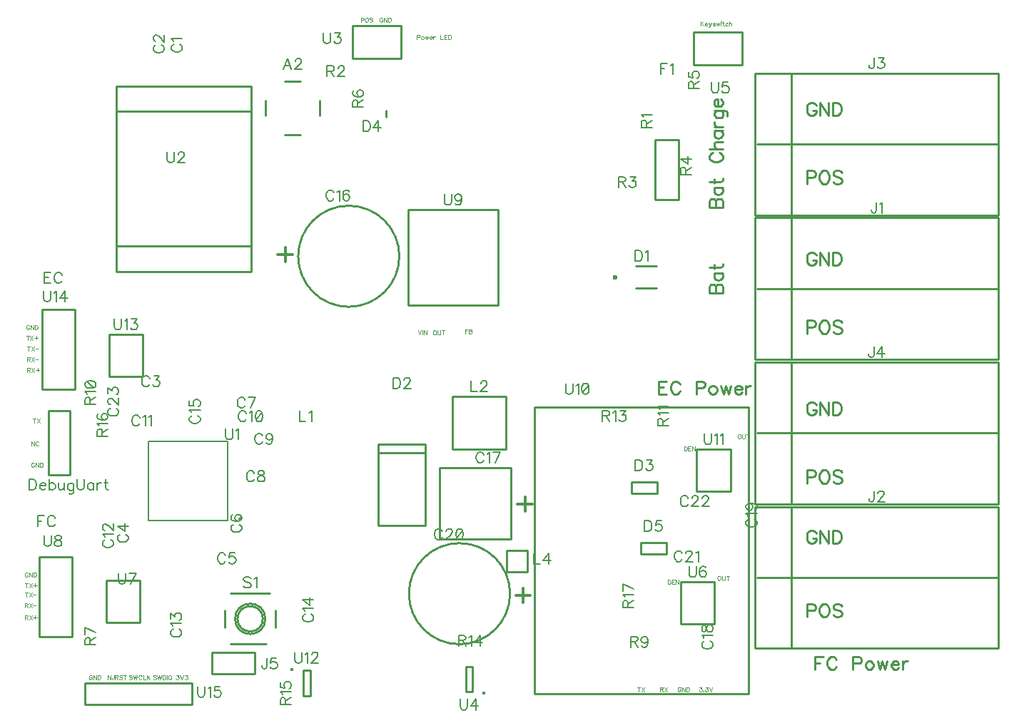
<source format=gbr>
%TF.GenerationSoftware,Novarm,DipTrace,3.3.0.1*%
%TF.CreationDate,2018-11-14T10:20:14-08:00*%
%FSLAX26Y26*%
%MOIN*%
%TF.FileFunction,Legend,Top*%
%TF.Part,Single*%
%ADD10C,0.009843*%
%ADD30C,0.023625*%
%ADD46C,0.007874*%
%ADD53C,0.015389*%
%ADD139C,0.00772*%
%ADD140C,0.003088*%
%ADD141C,0.009264*%
%ADD143C,0.012351*%
G75*
G01*
%LPD*%
X1650904Y3358500D2*
D10*
X1721753D1*
X1812251Y3268002D2*
Y3197154D1*
X1721753Y3106656D2*
X1650904D1*
X1560406Y3197154D2*
Y3268002D1*
X1712528Y2539901D2*
G02X1712528Y2539901I236229J0D01*
G01*
X2706545Y1551373D2*
X2371918D1*
Y1216728D1*
X2706545D1*
Y1551373D1*
X2229685Y962449D2*
G02X2229685Y962449I236229J0D01*
G01*
D30*
X3193832Y2442250D3*
X3290302Y2493431D2*
D10*
X3384776D1*
X3290302Y2391069D2*
X3384776D1*
X2087213Y1661886D2*
Y1283782D1*
X2307686Y1661886D2*
Y1283782D1*
X2087213Y1661886D2*
X2307686D1*
X2087213Y1311641D2*
Y1280374D1*
X2307686D1*
Y1311641D1*
Y1622695D2*
X2087213D1*
X3388543Y1430509D2*
X3268857D1*
Y1485631D1*
X3388543D1*
Y1430509D1*
X2124501Y3221632D2*
Y3190136D1*
X3312238Y1201583D2*
X3431923D1*
Y1146460D1*
X3312238D1*
Y1201583D1*
X647443Y1518556D2*
X547443D1*
Y1818556D1*
X647443D2*
X547443D1*
X647443Y1518556D2*
Y1818556D1*
X3489763Y3083410D2*
X3379527D1*
Y2803428D1*
X3489763D1*
Y3083410D1*
X4983040Y2057800D2*
X3847056D1*
Y2719508D1*
X4983040D1*
Y2057800D1*
Y2388522D2*
X3857052D1*
X4014613Y2719244D2*
Y2057800D1*
X4983129Y707692D2*
X3847145D1*
Y1369401D1*
X4983129D1*
Y707692D1*
Y1038414D2*
X3857142D1*
X4014703Y1369136D2*
Y707692D1*
X4983129Y2732480D2*
X3847145D1*
Y3394188D1*
X4983129D1*
Y2732480D1*
Y3063202D2*
X3857142D1*
X4014703Y3393924D2*
Y2732480D1*
X4983129Y1382621D2*
X3847145D1*
Y2044330D1*
X4983129D1*
Y1382621D1*
Y1713343D2*
X3857142D1*
X4014703Y2044065D2*
Y1382621D1*
X1509949Y587449D2*
Y687449D1*
X1309949Y587449D2*
X1509949D1*
X1309949D2*
Y687449D1*
X1509949D1*
X2434128Y1884249D2*
X2682159D1*
Y1636217D1*
X2434128D1*
Y1884249D1*
X2784162Y1164369D2*
X2685737D1*
Y1065944D1*
X2784162D1*
Y1164369D1*
X1417385Y844783D2*
G02X1417385Y844783I70862J0D01*
G01*
X1578802Y962900D2*
X1397692D1*
X1370122Y884180D2*
Y805410D1*
X1397692Y726665D2*
X1563048D1*
X1606372Y805410D2*
Y884180D1*
X1429201Y844795D2*
G02X1429201Y844795I59046J0D01*
G01*
X1381773Y1305386D2*
D46*
X1013645D1*
Y1673513D1*
X1381773D1*
Y1305386D1*
X1437850Y1312269D2*
D10*
G02X1437850Y1312269I4925J0D01*
G01*
X1494251Y2587481D2*
X864330D1*
Y3217339D1*
X1494251D1*
Y2587481D1*
X864330Y2469339D2*
X1494251D1*
Y3335481D1*
X864330D1*
Y2469339D1*
X1964965Y3617962D2*
X2191327D1*
Y3464420D1*
X1964965D1*
Y3617962D1*
D53*
X2580516Y498036D3*
X2526441Y503298D2*
D10*
Y621406D1*
X2494960Y503298D2*
Y621406D1*
X2526441D2*
X2494960D1*
X2526441Y503298D2*
X2494960D1*
X3558548Y3586716D2*
X3784910D1*
Y3433173D1*
X3558548D1*
Y3586716D1*
X3657438Y1017125D2*
X3499962D1*
Y820275D1*
X3657438D1*
Y1017125D1*
X973787Y826456D2*
X816290D1*
Y1023306D1*
X973787D1*
Y826456D1*
X504081Y761284D2*
X657623D1*
Y1135328D1*
X504081D1*
Y761284D1*
X2225060Y2757001D2*
X2645140D1*
Y2310937D1*
X2225060D1*
Y2757001D1*
X2816200Y1834949D2*
X3816200D1*
Y494949D1*
X2816200D1*
Y1834949D1*
X3732024Y1636822D2*
X3574547D1*
Y1439972D1*
X3732024D1*
Y1636822D1*
D53*
X1683135Y608114D3*
X1737210Y602851D2*
D10*
Y484743D1*
X1768691Y602851D2*
Y484743D1*
X1737210D2*
X1768691D1*
X1737210Y602851D2*
X1768691D1*
X986286Y1976335D2*
X828788D1*
Y2173186D1*
X986286D1*
Y1976335D1*
X516579Y1917413D2*
X670122D1*
Y2291457D1*
X516579D1*
Y1917413D1*
X1216200Y443700D2*
Y543700D1*
X716200Y443700D2*
X1216200D1*
X716200Y543700D2*
X1216200D1*
X716200Y443700D2*
Y543700D1*
X1681034Y3414350D2*
D139*
X1661856Y3464590D1*
X1642732Y3414350D1*
X1649917Y3431096D2*
X1673849D1*
X1698905Y3452596D2*
Y3454973D1*
X1701282Y3459781D1*
X1703658Y3462158D1*
X1708467Y3464534D1*
X1718029D1*
X1722782Y3462158D1*
X1725158Y3459781D1*
X1727590Y3454973D1*
Y3450220D1*
X1725158Y3445411D1*
X1720405Y3438281D1*
X1696473Y3414350D1*
X1729967D1*
X1132413Y3530597D2*
X1127659Y3528221D1*
X1122851Y3523412D1*
X1120474Y3518659D1*
Y3509097D1*
X1122851Y3504289D1*
X1127659Y3499536D1*
X1132413Y3497104D1*
X1139598Y3494727D1*
X1151591D1*
X1158721Y3497104D1*
X1163529Y3499536D1*
X1168282Y3504289D1*
X1170714Y3509097D1*
Y3518659D1*
X1168283Y3523412D1*
X1163529Y3528221D1*
X1158721Y3530597D1*
X1130091Y3546036D2*
X1127659Y3550845D1*
X1120530Y3558030D1*
X1170714D1*
X1047730Y3526884D2*
X1042977Y3524507D1*
X1038169Y3519699D1*
X1035792Y3514946D1*
Y3505384D1*
X1038168Y3500576D1*
X1042977Y3495823D1*
X1047730Y3493391D1*
X1054915Y3491014D1*
X1066909D1*
X1074038Y3493391D1*
X1078847Y3495823D1*
X1083600Y3500576D1*
X1086032Y3505384D1*
Y3514946D1*
X1083600Y3519699D1*
X1078847Y3524507D1*
X1074038Y3526884D1*
X1047785Y3544755D2*
X1045409D1*
X1040600Y3547132D1*
X1038224Y3549508D1*
X1035847Y3554317D1*
Y3563878D1*
X1038224Y3568631D1*
X1040600Y3571008D1*
X1045409Y3573440D1*
X1050162D1*
X1054970Y3571008D1*
X1062100Y3566255D1*
X1086032Y3542323D1*
Y3575816D1*
X1018073Y1968236D2*
X1015696Y1972989D1*
X1010888Y1977797D1*
X1006135Y1980174D1*
X996573D1*
X991765Y1977797D1*
X987011Y1972989D1*
X984580Y1968236D1*
X982203Y1961050D1*
Y1949057D1*
X984580Y1941927D1*
X987011Y1937119D1*
X991765Y1932366D1*
X996573Y1929934D1*
X1006135D1*
X1010888Y1932366D1*
X1015696Y1937119D1*
X1018073Y1941927D1*
X1038321Y1980118D2*
X1064574D1*
X1050259Y1960995D1*
X1057444D1*
X1062197Y1958619D1*
X1064574Y1956242D1*
X1067005Y1949057D1*
Y1944304D1*
X1064574Y1937119D1*
X1059820Y1932310D1*
X1052635Y1929934D1*
X1045450D1*
X1038321Y1932310D1*
X1035944Y1934742D1*
X1033512Y1939495D1*
X880138Y1239185D2*
X875385Y1236809D1*
X870577Y1232000D1*
X868200Y1227247D1*
Y1217685D1*
X870577Y1212877D1*
X875385Y1208124D1*
X880138Y1205692D1*
X887323Y1203315D1*
X899317D1*
X906447Y1205692D1*
X911255Y1208124D1*
X916008Y1212877D1*
X918440Y1217685D1*
Y1227247D1*
X916008Y1232000D1*
X911255Y1236809D1*
X906447Y1239185D1*
X918440Y1278556D2*
X868255D1*
X901693Y1254624D1*
Y1290494D1*
X1372635Y1141081D2*
X1370258Y1145834D1*
X1365450Y1150642D1*
X1360696Y1153019D1*
X1351135D1*
X1346326Y1150642D1*
X1341573Y1145834D1*
X1339141Y1141081D1*
X1336765Y1133896D1*
Y1121902D1*
X1339141Y1114772D1*
X1341573Y1109964D1*
X1346326Y1105211D1*
X1351135Y1102779D1*
X1360696D1*
X1365450Y1105211D1*
X1370258Y1109964D1*
X1372635Y1114772D1*
X1416759Y1152964D2*
X1392882D1*
X1390506Y1131464D1*
X1392882Y1133840D1*
X1400067Y1136272D1*
X1407197D1*
X1414382Y1133840D1*
X1419191Y1129087D1*
X1421567Y1121902D1*
Y1117149D1*
X1419191Y1109964D1*
X1414382Y1105155D1*
X1407197Y1102779D1*
X1400067D1*
X1392882Y1105155D1*
X1390506Y1107587D1*
X1388074Y1112341D1*
X1410129Y1286053D2*
X1405376Y1283676D1*
X1400567Y1278868D1*
X1398191Y1274114D1*
Y1264553D1*
X1400567Y1259744D1*
X1405376Y1254991D1*
X1410129Y1252559D1*
X1417314Y1250183D1*
X1429308D1*
X1436437Y1252559D1*
X1441246Y1254991D1*
X1445999Y1259744D1*
X1448431Y1264553D1*
Y1274114D1*
X1445999Y1278868D1*
X1441246Y1283676D1*
X1436437Y1286053D1*
X1405376Y1330177D2*
X1400623Y1327800D1*
X1398246Y1320615D1*
Y1315862D1*
X1400623Y1308677D1*
X1407808Y1303868D1*
X1419746Y1301492D1*
X1431684D1*
X1441246Y1303868D1*
X1446054Y1308677D1*
X1448431Y1315862D1*
Y1318239D1*
X1446054Y1325368D1*
X1441246Y1330177D1*
X1434061Y1332553D1*
X1431684D1*
X1424499Y1330177D1*
X1419746Y1325368D1*
X1417369Y1318239D1*
Y1315862D1*
X1419746Y1308677D1*
X1424499Y1303868D1*
X1431684Y1301492D1*
X1464554Y1869050D2*
X1462178Y1873804D1*
X1457369Y1878612D1*
X1452616Y1880989D1*
X1443055D1*
X1438246Y1878612D1*
X1433493Y1873804D1*
X1431061Y1869050D1*
X1428685Y1861865D1*
Y1849872D1*
X1431061Y1842742D1*
X1433493Y1837934D1*
X1438246Y1833181D1*
X1443055Y1830749D1*
X1452616D1*
X1457369Y1833181D1*
X1462178Y1837934D1*
X1464554Y1842742D1*
X1489555Y1830749D2*
X1513487Y1880933D1*
X1479994D1*
X1507481Y1524670D2*
X1505104Y1529423D1*
X1500296Y1534232D1*
X1495543Y1536608D1*
X1485981D1*
X1481173Y1534232D1*
X1476420Y1529423D1*
X1473988Y1524670D1*
X1471611Y1517485D1*
Y1505491D1*
X1473988Y1498362D1*
X1476420Y1493553D1*
X1481173Y1488800D1*
X1485981Y1486368D1*
X1495543D1*
X1500296Y1488800D1*
X1505104Y1493553D1*
X1507481Y1498362D1*
X1534859Y1536553D2*
X1527729Y1534176D1*
X1525297Y1529423D1*
Y1524615D1*
X1527729Y1519861D1*
X1532482Y1517430D1*
X1542044Y1515053D1*
X1549229Y1512676D1*
X1553982Y1507868D1*
X1556358Y1503115D1*
Y1495930D1*
X1553982Y1491177D1*
X1551605Y1488745D1*
X1544420Y1486368D1*
X1534859D1*
X1527729Y1488745D1*
X1525297Y1491177D1*
X1522920Y1495930D1*
Y1503115D1*
X1525297Y1507868D1*
X1530105Y1512676D1*
X1537235Y1515053D1*
X1546797Y1517430D1*
X1551605Y1519861D1*
X1553982Y1524615D1*
Y1529423D1*
X1551605Y1534176D1*
X1544420Y1536553D1*
X1534859D1*
X1546142Y1699670D2*
X1543765Y1704423D1*
X1538957Y1709232D1*
X1534204Y1711608D1*
X1524642D1*
X1519833Y1709232D1*
X1515080Y1704423D1*
X1512648Y1699670D1*
X1510272Y1692485D1*
Y1680491D1*
X1512648Y1673362D1*
X1515080Y1668553D1*
X1519833Y1663800D1*
X1524642Y1661368D1*
X1534204D1*
X1538957Y1663800D1*
X1543765Y1668553D1*
X1546142Y1673362D1*
X1592698Y1694861D2*
X1590266Y1687676D1*
X1585513Y1682868D1*
X1578328Y1680491D1*
X1575951D1*
X1568766Y1682868D1*
X1564013Y1687676D1*
X1561581Y1694861D1*
Y1697238D1*
X1564013Y1704423D1*
X1568766Y1709176D1*
X1575951Y1711553D1*
X1578328D1*
X1585513Y1709176D1*
X1590266Y1704423D1*
X1592698Y1694861D1*
Y1682868D1*
X1590266Y1670930D1*
X1585513Y1663745D1*
X1578328Y1661368D1*
X1573574D1*
X1566389Y1663745D1*
X1564013Y1668553D1*
X1469864Y1805085D2*
X1467488Y1809838D1*
X1462679Y1814646D1*
X1457926Y1817023D1*
X1448365D1*
X1443556Y1814646D1*
X1438803Y1809838D1*
X1436371Y1805085D1*
X1433994Y1797900D1*
Y1785906D1*
X1436371Y1778776D1*
X1438803Y1773968D1*
X1443556Y1769215D1*
X1448365Y1766783D1*
X1457926D1*
X1462679Y1769215D1*
X1467488Y1773968D1*
X1469864Y1778776D1*
X1485304Y1807406D2*
X1490112Y1809838D1*
X1497297Y1816968D1*
Y1766783D1*
X1527106Y1816968D2*
X1519921Y1814591D1*
X1515113Y1807406D1*
X1512736Y1795468D1*
Y1788283D1*
X1515113Y1776344D1*
X1519921Y1769159D1*
X1527106Y1766783D1*
X1531860D1*
X1539045Y1769159D1*
X1543798Y1776344D1*
X1546230Y1788283D1*
Y1795468D1*
X1543798Y1807406D1*
X1539045Y1814591D1*
X1531860Y1816968D1*
X1527106D1*
X1543798Y1807406D2*
X1515113Y1776344D1*
X971501Y1785060D2*
X969125Y1789813D1*
X964316Y1794621D1*
X959563Y1796998D1*
X950002D1*
X945193Y1794621D1*
X940440Y1789813D1*
X938008Y1785060D1*
X935632Y1777875D1*
Y1765881D1*
X938008Y1758751D1*
X940440Y1753943D1*
X945193Y1749190D1*
X950002Y1746758D1*
X959563D1*
X964316Y1749190D1*
X969125Y1753943D1*
X971501Y1758751D1*
X986941Y1787381D2*
X991749Y1789813D1*
X998934Y1796943D1*
Y1746758D1*
X1014373Y1787381D2*
X1019182Y1789813D1*
X1026367Y1796943D1*
Y1746758D1*
X810474Y1213874D2*
X805721Y1211497D1*
X800913Y1206689D1*
X798536Y1201935D1*
Y1192374D1*
X800913Y1187565D1*
X805721Y1182812D1*
X810474Y1180380D1*
X817659Y1178004D1*
X829653D1*
X836783Y1180380D1*
X841591Y1182812D1*
X846344Y1187565D1*
X848776Y1192374D1*
Y1201935D1*
X846344Y1206689D1*
X841591Y1211497D1*
X836783Y1213874D1*
X808153Y1229313D2*
X805721Y1234121D1*
X798591Y1241306D1*
X848776D1*
X810530Y1259177D2*
X808153D1*
X803344Y1261554D1*
X800968Y1263931D1*
X798591Y1268739D1*
Y1278301D1*
X800968Y1283054D1*
X803344Y1285430D1*
X808153Y1287862D1*
X812906D1*
X817715Y1285430D1*
X824844Y1280677D1*
X848776Y1256746D1*
Y1290239D1*
X1128923Y796169D2*
X1124170Y793792D1*
X1119361Y788984D1*
X1116985Y784231D1*
Y774669D1*
X1119361Y769861D1*
X1124170Y765107D1*
X1128923Y762676D1*
X1136108Y760299D1*
X1148102D1*
X1155231Y762676D1*
X1160040Y765107D1*
X1164793Y769861D1*
X1167225Y774669D1*
Y784231D1*
X1164793Y788984D1*
X1160040Y793792D1*
X1155231Y796169D1*
X1126602Y811608D2*
X1124170Y816417D1*
X1117040Y823602D1*
X1167225D1*
X1117040Y843849D2*
Y870102D1*
X1136163Y855788D1*
Y862973D1*
X1138540Y867726D1*
X1140917Y870102D1*
X1148102Y872534D1*
X1152855D1*
X1160040Y870102D1*
X1164848Y865349D1*
X1167225Y858164D1*
Y850979D1*
X1164848Y843849D1*
X1162416Y841473D1*
X1157663Y839041D1*
X1745477Y866562D2*
X1740724Y864185D1*
X1735915Y859377D1*
X1733539Y854624D1*
Y845062D1*
X1735915Y840254D1*
X1740724Y835501D1*
X1745477Y833069D1*
X1752662Y830692D1*
X1764655D1*
X1771785Y833069D1*
X1776594Y835501D1*
X1781347Y840254D1*
X1783779Y845062D1*
Y854624D1*
X1781347Y859377D1*
X1776594Y864185D1*
X1771785Y866562D1*
X1743156Y882001D2*
X1740724Y886810D1*
X1733594Y893995D1*
X1783779D1*
Y933366D2*
X1733594D1*
X1767032Y909434D1*
Y945304D1*
X1216466Y1794417D2*
X1211713Y1792040D1*
X1206905Y1787232D1*
X1204528Y1782479D1*
Y1772917D1*
X1206905Y1768109D1*
X1211713Y1763356D1*
X1216466Y1760924D1*
X1223651Y1758547D1*
X1235645D1*
X1242775Y1760924D1*
X1247583Y1763356D1*
X1252336Y1768109D1*
X1254768Y1772917D1*
Y1782479D1*
X1252336Y1787232D1*
X1247583Y1792040D1*
X1242775Y1794417D1*
X1214145Y1809856D2*
X1211713Y1814665D1*
X1204583Y1821850D1*
X1254768D1*
X1204583Y1865974D2*
Y1842097D1*
X1226083Y1839721D1*
X1223707Y1842097D1*
X1221275Y1849282D1*
Y1856412D1*
X1223707Y1863597D1*
X1228460Y1868406D1*
X1235645Y1870782D1*
X1240398D1*
X1247583Y1868406D1*
X1252392Y1863597D1*
X1254768Y1856412D1*
Y1849282D1*
X1252392Y1842097D1*
X1249960Y1839721D1*
X1245207Y1837289D1*
X1879095Y2837406D2*
X1876718Y2842159D1*
X1871910Y2846968D1*
X1867157Y2849344D1*
X1857595D1*
X1852786Y2846968D1*
X1848033Y2842159D1*
X1845601Y2837406D1*
X1843225Y2830221D1*
Y2818228D1*
X1845601Y2811098D1*
X1848033Y2806289D1*
X1852786Y2801536D1*
X1857595Y2799104D1*
X1867157D1*
X1871910Y2801536D1*
X1876718Y2806289D1*
X1879095Y2811098D1*
X1894534Y2839727D2*
X1899342Y2842159D1*
X1906527Y2849289D1*
Y2799104D1*
X1950652Y2842159D2*
X1948275Y2846912D1*
X1941090Y2849289D1*
X1936337D1*
X1929152Y2846912D1*
X1924343Y2839727D1*
X1921967Y2827789D1*
Y2815851D1*
X1924343Y2806289D1*
X1929152Y2801481D1*
X1936337Y2799104D1*
X1938713D1*
X1945843Y2801481D1*
X1950652Y2806289D1*
X1953028Y2813474D1*
Y2815851D1*
X1950652Y2823036D1*
X1945843Y2827789D1*
X1938713Y2830166D1*
X1936337D1*
X1929152Y2827789D1*
X1924343Y2823036D1*
X1921967Y2815851D1*
X2579402Y1612658D2*
X2577026Y1617411D1*
X2572217Y1622220D1*
X2567464Y1624596D1*
X2557903D1*
X2553094Y1622220D1*
X2548341Y1617411D1*
X2545909Y1612658D1*
X2543533Y1605473D1*
Y1593480D1*
X2545909Y1586350D1*
X2548341Y1581541D1*
X2553094Y1576788D1*
X2557903Y1574356D1*
X2567464D1*
X2572217Y1576788D1*
X2577026Y1581541D1*
X2579402Y1586350D1*
X2594842Y1614979D2*
X2599650Y1617411D1*
X2606835Y1624541D1*
Y1574356D1*
X2631836D2*
X2655768Y1624541D1*
X2622274D1*
X3610230Y740015D2*
X3605477Y737639D1*
X3600669Y732830D1*
X3598292Y728077D1*
Y718516D1*
X3600668Y713707D1*
X3605477Y708954D1*
X3610230Y706522D1*
X3617415Y704146D1*
X3629409D1*
X3636538Y706522D1*
X3641347Y708954D1*
X3646100Y713707D1*
X3648532Y718516D1*
Y728077D1*
X3646100Y732830D1*
X3641347Y737639D1*
X3636538Y740015D1*
X3607909Y755455D2*
X3605477Y760263D1*
X3598347Y767448D1*
X3648532D1*
X3598347Y794826D2*
X3600724Y787696D1*
X3605477Y785264D1*
X3610285D1*
X3615039Y787696D1*
X3617470Y792449D1*
X3619847Y802011D1*
X3622224Y809196D1*
X3627032Y813949D1*
X3631785Y816325D1*
X3638970D1*
X3643723Y813949D1*
X3646155Y811572D1*
X3648532Y804387D1*
Y794826D1*
X3646155Y787696D1*
X3643723Y785264D1*
X3638970Y782887D1*
X3631785D1*
X3627032Y785264D1*
X3622224Y790072D1*
X3619847Y797202D1*
X3617470Y806764D1*
X3615039Y811572D1*
X3610285Y813949D1*
X3605477D1*
X3600724Y811572D1*
X3598347Y804387D1*
Y794826D1*
X3816480Y1309925D2*
X3811726Y1307549D1*
X3806918Y1302740D1*
X3804541Y1297987D1*
Y1288426D1*
X3806918Y1283617D1*
X3811726Y1278864D1*
X3816479Y1276432D1*
X3823664Y1274056D1*
X3835658D1*
X3842788Y1276432D1*
X3847596Y1278864D1*
X3852349Y1283617D1*
X3854781Y1288426D1*
Y1297987D1*
X3852349Y1302740D1*
X3847596Y1307549D1*
X3842788Y1309925D1*
X3814158Y1325365D2*
X3811726Y1330173D1*
X3804597Y1337358D1*
X3854781D1*
X3821288Y1383914D2*
X3828473Y1381482D1*
X3833281Y1376729D1*
X3835658Y1369544D1*
Y1367167D1*
X3833281Y1359982D1*
X3828473Y1355229D1*
X3821288Y1352797D1*
X3818911D1*
X3811726Y1355229D1*
X3806973Y1359982D1*
X3804597Y1367167D1*
Y1369544D1*
X3806973Y1376729D1*
X3811726Y1381482D1*
X3821288Y1383914D1*
X3833281D1*
X3845220Y1381482D1*
X3852405Y1376729D1*
X3854781Y1369544D1*
Y1364791D1*
X3852405Y1357606D1*
X3847596Y1355229D1*
X2385548Y1253704D2*
X2383171Y1258457D1*
X2378362Y1263266D1*
X2373609Y1265642D1*
X2364048D1*
X2359239Y1263266D1*
X2354486Y1258457D1*
X2352054Y1253704D1*
X2349678Y1246519D1*
Y1234525D1*
X2352054Y1227396D1*
X2354486Y1222587D1*
X2359239Y1217834D1*
X2364048Y1215402D1*
X2373609D1*
X2378362Y1217834D1*
X2383171Y1222587D1*
X2385548Y1227396D1*
X2403419Y1253649D2*
Y1256025D1*
X2405795Y1260834D1*
X2408172Y1263210D1*
X2412980Y1265587D1*
X2422542D1*
X2427295Y1263210D1*
X2429672Y1260834D1*
X2432104Y1256025D1*
Y1251272D1*
X2429672Y1246464D1*
X2424918Y1239334D1*
X2400987Y1215402D1*
X2434480D1*
X2464289Y1265587D2*
X2457104Y1263210D1*
X2452296Y1256025D1*
X2449919Y1244087D1*
Y1236902D1*
X2452296Y1224964D1*
X2457104Y1217779D1*
X2464289Y1215402D1*
X2469043D1*
X2476228Y1217779D1*
X2480981Y1224964D1*
X2483413Y1236902D1*
Y1244087D1*
X2480981Y1256025D1*
X2476228Y1263210D1*
X2469043Y1265587D1*
X2464289D1*
X2480981Y1256025D2*
X2452296Y1224964D1*
X3505868Y1150611D2*
X3503492Y1155364D1*
X3498683Y1160172D1*
X3493930Y1162549D1*
X3484368D1*
X3479560Y1160172D1*
X3474807Y1155364D1*
X3472375Y1150611D1*
X3469998Y1143426D1*
Y1131432D1*
X3472375Y1124303D1*
X3474807Y1119494D1*
X3479560Y1114741D1*
X3484368Y1112309D1*
X3493930D1*
X3498683Y1114741D1*
X3503492Y1119494D1*
X3505868Y1124303D1*
X3523739Y1150556D2*
Y1152932D1*
X3526116Y1157741D1*
X3528493Y1160117D1*
X3533301Y1162494D1*
X3542863D1*
X3547616Y1160117D1*
X3549992Y1157741D1*
X3552424Y1152932D1*
Y1148179D1*
X3549992Y1143371D1*
X3545239Y1136241D1*
X3521308Y1112309D1*
X3554801D1*
X3570240Y1152932D2*
X3575049Y1155364D1*
X3582234Y1162494D1*
Y1112309D1*
X3533898Y1408141D2*
X3531521Y1412894D1*
X3526713Y1417703D1*
X3521960Y1420079D1*
X3512398D1*
X3507590Y1417703D1*
X3502836Y1412894D1*
X3500405Y1408141D1*
X3498028Y1400956D1*
Y1388962D1*
X3500405Y1381833D1*
X3502836Y1377024D1*
X3507590Y1372271D1*
X3512398Y1369839D1*
X3521960D1*
X3526713Y1372271D1*
X3531521Y1377024D1*
X3533898Y1381833D1*
X3551769Y1408086D2*
Y1410462D1*
X3554146Y1415271D1*
X3556522Y1417647D1*
X3561331Y1420024D1*
X3570892D1*
X3575645Y1417647D1*
X3578022Y1415271D1*
X3580454Y1410462D1*
Y1405709D1*
X3578022Y1400901D1*
X3573269Y1393771D1*
X3549337Y1369839D1*
X3582831D1*
X3600702Y1408086D2*
Y1410462D1*
X3603078Y1415271D1*
X3605455Y1417647D1*
X3610263Y1420024D1*
X3619825D1*
X3624578Y1417647D1*
X3626955Y1415271D1*
X3629386Y1410462D1*
Y1405709D1*
X3626955Y1400901D1*
X3622201Y1393771D1*
X3598270Y1369839D1*
X3631763D1*
X835189Y1829059D2*
X830436Y1826683D1*
X825628Y1821874D1*
X823251Y1817121D1*
Y1807560D1*
X825628Y1802751D1*
X830436Y1797998D1*
X835189Y1795566D1*
X842374Y1793190D1*
X854368D1*
X861498Y1795566D1*
X866306Y1797998D1*
X871059Y1802751D1*
X873491Y1807560D1*
Y1817121D1*
X871059Y1821874D1*
X866306Y1826683D1*
X861498Y1829059D1*
X835245Y1846931D2*
X832868D1*
X828060Y1849307D1*
X825683Y1851684D1*
X823307Y1856492D1*
Y1866054D1*
X825683Y1870807D1*
X828060Y1873184D1*
X832868Y1875615D1*
X837621D1*
X842430Y1873184D1*
X849560Y1868430D1*
X873491Y1844499D1*
Y1877992D1*
X823307Y1898240D2*
Y1924493D1*
X842430Y1910178D1*
Y1917363D1*
X844806Y1922116D1*
X847183Y1924493D1*
X854368Y1926925D1*
X859121D1*
X866306Y1924493D1*
X871115Y1919739D1*
X873491Y1912554D1*
Y1905369D1*
X871115Y1898240D1*
X868683Y1895863D1*
X863930Y1893431D1*
X3286404Y2566654D2*
Y2516414D1*
X3303150D1*
X3310335Y2518846D1*
X3315144Y2523599D1*
X3317520Y2528408D1*
X3319897Y2535537D1*
Y2547531D1*
X3317520Y2554716D1*
X3315144Y2559469D1*
X3310335Y2564277D1*
X3303150Y2566654D1*
X3286404D1*
X3335336Y2557037D2*
X3340145Y2559469D1*
X3347330Y2566599D1*
Y2516414D1*
X2156236Y1972041D2*
Y1921801D1*
X2172983D1*
X2180168Y1924233D1*
X2184977Y1928986D1*
X2187353Y1933795D1*
X2189730Y1940924D1*
Y1952918D1*
X2187353Y1960103D1*
X2184977Y1964856D1*
X2180168Y1969665D1*
X2172983Y1972041D1*
X2156236D1*
X2207601Y1960048D2*
Y1962424D1*
X2209977Y1967233D1*
X2212354Y1969609D1*
X2217162Y1971986D1*
X2226724D1*
X2231477Y1969609D1*
X2233854Y1967233D1*
X2236286Y1962424D1*
Y1957671D1*
X2233854Y1952863D1*
X2229101Y1945733D1*
X2205169Y1921801D1*
X2238662D1*
X3287487Y1588380D2*
Y1538140D1*
X3304234D1*
X3311419Y1540572D1*
X3316227Y1545325D1*
X3318604Y1550133D1*
X3320980Y1557263D1*
Y1569257D1*
X3318604Y1576442D1*
X3316227Y1581195D1*
X3311419Y1586003D1*
X3304234Y1588380D1*
X3287487D1*
X3341228Y1588324D2*
X3367481D1*
X3353166Y1569201D1*
X3360351D1*
X3365105Y1566825D1*
X3367481Y1564448D1*
X3369913Y1557263D1*
Y1552510D1*
X3367481Y1545325D1*
X3362728Y1540516D1*
X3355543Y1538140D1*
X3348358D1*
X3341228Y1540516D1*
X3338851Y1542948D1*
X3336420Y1547701D1*
X2014826Y3173805D2*
Y3123565D1*
X2031573D1*
X2038758Y3125997D1*
X2043566Y3130750D1*
X2045943Y3135558D1*
X2048320Y3142688D1*
Y3154682D1*
X2045943Y3161867D1*
X2043566Y3166620D1*
X2038758Y3171428D1*
X2031573Y3173805D1*
X2014826D1*
X2087691Y3123565D2*
Y3173750D1*
X2063759Y3140312D1*
X2099629D1*
X3330868Y1304331D2*
Y1254091D1*
X3347614D1*
X3354799Y1256523D1*
X3359608Y1261276D1*
X3361984Y1266085D1*
X3364361Y1273214D1*
Y1285208D1*
X3361984Y1292393D1*
X3359608Y1297146D1*
X3354799Y1301955D1*
X3347614Y1304331D1*
X3330868D1*
X3408485Y1304276D2*
X3384609D1*
X3382232Y1282776D1*
X3384609Y1285153D1*
X3391794Y1287585D1*
X3398923D1*
X3406108Y1285153D1*
X3410917Y1280400D1*
X3413294Y1273214D1*
Y1268461D1*
X3410917Y1261276D1*
X3406108Y1256468D1*
X3398923Y1254091D1*
X3391794D1*
X3384609Y1256468D1*
X3382232Y1258900D1*
X3379800Y1263653D1*
X456268Y1498028D2*
Y1447788D1*
X473015D1*
X480200Y1450220D1*
X485008Y1454973D1*
X487385Y1459782D1*
X489762Y1466911D1*
Y1478905D1*
X487385Y1486090D1*
X485008Y1490843D1*
X480200Y1495651D1*
X473015Y1498028D1*
X456268D1*
X505201Y1466911D2*
X533886D1*
Y1471720D1*
X531509Y1476528D1*
X529133Y1478905D1*
X524324Y1481281D1*
X517139D1*
X512386Y1478905D1*
X507577Y1474096D1*
X505201Y1466911D1*
Y1462158D1*
X507577Y1454973D1*
X512386Y1450220D1*
X517139Y1447788D1*
X524324D1*
X529133Y1450220D1*
X533886Y1454973D1*
X549325Y1498028D2*
Y1447788D1*
Y1474096D2*
X554133Y1478905D1*
X558887Y1481281D1*
X566072D1*
X570825Y1478905D1*
X575633Y1474096D1*
X578010Y1466911D1*
Y1462158D1*
X575633Y1454973D1*
X570825Y1450220D1*
X566072Y1447788D1*
X558887D1*
X554133Y1450220D1*
X549325Y1454973D1*
X593449Y1481281D2*
Y1457350D1*
X595826Y1450220D1*
X600634Y1447788D1*
X607819D1*
X612572Y1450220D1*
X619757Y1457350D1*
Y1481281D2*
Y1447788D1*
X663882Y1478905D2*
Y1440603D1*
X661505Y1433473D1*
X659128Y1431041D1*
X654320Y1428665D1*
X647135D1*
X642382Y1431041D1*
X663882Y1471720D2*
X659128Y1476473D1*
X654320Y1478905D1*
X647135D1*
X642382Y1476473D1*
X637573Y1471720D1*
X635197Y1464535D1*
Y1459726D1*
X637573Y1452597D1*
X642382Y1447788D1*
X647135Y1445411D1*
X654320D1*
X659128Y1447788D1*
X663882Y1452597D1*
X679321Y1498028D2*
Y1462158D1*
X681697Y1454973D1*
X686506Y1450220D1*
X693691Y1447788D1*
X698444D1*
X705629Y1450220D1*
X710438Y1454973D1*
X712814Y1462158D1*
Y1498028D1*
X756938Y1481281D2*
Y1447788D1*
Y1474096D2*
X752185Y1478905D1*
X747377Y1481281D1*
X740247D1*
X735438Y1478905D1*
X730685Y1474096D1*
X728253Y1466911D1*
Y1462158D1*
X730685Y1454973D1*
X735438Y1450220D1*
X740247Y1447788D1*
X747377D1*
X752185Y1450220D1*
X756938Y1454973D1*
X772378Y1481281D2*
Y1447788D1*
Y1466911D2*
X774809Y1474096D1*
X779563Y1478905D1*
X784371Y1481281D1*
X791556D1*
X814180Y1498028D2*
Y1457350D1*
X816557Y1450220D1*
X821365Y1447788D1*
X826119D1*
X806995Y1481281D2*
X823742D1*
X3436487Y3440343D2*
X3405370D1*
Y3390103D1*
Y3416411D2*
X3424493D1*
X3451926Y3430726D2*
X3456735Y3433158D1*
X3463920Y3440288D1*
Y3390103D1*
X4413297Y2792731D2*
Y2754485D1*
X4410921Y2747300D1*
X4408489Y2744923D1*
X4403736Y2742491D1*
X4398927D1*
X4394174Y2744923D1*
X4391797Y2747300D1*
X4389366Y2754485D1*
Y2759238D1*
X4428737Y2783115D2*
X4433545Y2785546D1*
X4440730Y2792676D1*
Y2742491D1*
X4402637Y1442624D2*
Y1404377D1*
X4400260Y1397192D1*
X4397828Y1394816D1*
X4393075Y1392384D1*
X4388266D1*
X4383513Y1394816D1*
X4381137Y1397192D1*
X4378705Y1404377D1*
Y1409131D1*
X4420508Y1430630D2*
Y1433007D1*
X4422884Y1437815D1*
X4425261Y1440192D1*
X4430069Y1442569D1*
X4439631D1*
X4444384Y1440192D1*
X4446761Y1437815D1*
X4449193Y1433007D1*
Y1428254D1*
X4446761Y1423445D1*
X4442008Y1416316D1*
X4418076Y1392384D1*
X4451569D1*
X4402637Y3467411D2*
Y3429165D1*
X4400260Y3421980D1*
X4397828Y3419603D1*
X4393075Y3417171D1*
X4388266D1*
X4383513Y3419603D1*
X4381137Y3421980D1*
X4378705Y3429165D1*
Y3433918D1*
X4422884Y3467356D2*
X4449137D1*
X4434822Y3448233D1*
X4442008D1*
X4446761Y3445856D1*
X4449137Y3443480D1*
X4451569Y3436295D1*
Y3431541D1*
X4449137Y3424356D1*
X4444384Y3419548D1*
X4437199Y3417171D1*
X4430014D1*
X4422884Y3419548D1*
X4420508Y3421980D1*
X4418076Y3426733D1*
X4401448Y2117553D2*
Y2079306D1*
X4399072Y2072121D1*
X4396640Y2069745D1*
X4391887Y2067313D1*
X4387078D1*
X4382325Y2069745D1*
X4379948Y2072121D1*
X4377517Y2079306D1*
Y2084060D1*
X4440819Y2067313D2*
Y2117498D1*
X4416888Y2084060D1*
X4452757D1*
X1566198Y660672D2*
Y622426D1*
X1563822Y615241D1*
X1561390Y612864D1*
X1556637Y610432D1*
X1551828D1*
X1547075Y612864D1*
X1544698Y615241D1*
X1542267Y622426D1*
Y627179D1*
X1610322Y660617D2*
X1586446D1*
X1584069Y639117D1*
X1586446Y641494D1*
X1593631Y643926D1*
X1600761D1*
X1607946Y641494D1*
X1612754Y636741D1*
X1615131Y629556D1*
Y624802D1*
X1612754Y617617D1*
X1607946Y612809D1*
X1600761Y610432D1*
X1593631D1*
X1586446Y612809D1*
X1584069Y615241D1*
X1581637Y619994D1*
X1719145Y1817857D2*
Y1767617D1*
X1747830D1*
X1763269Y1808241D2*
X1768078Y1810672D1*
X1775263Y1817802D1*
Y1767617D1*
X2519335Y1957472D2*
Y1907232D1*
X2548020D1*
X2565891Y1945478D2*
Y1947855D1*
X2568267Y1952663D1*
X2570644Y1955040D1*
X2575452Y1957416D1*
X2585014D1*
X2589767Y1955040D1*
X2592144Y1952663D1*
X2594576Y1947855D1*
Y1943102D1*
X2592144Y1938293D1*
X2587391Y1931163D1*
X2563459Y1907232D1*
X2596952D1*
X2813702Y1150092D2*
Y1099852D1*
X2842387D1*
X2881757D2*
Y1150037D1*
X2857826Y1116599D1*
X2893696D1*
X3339314Y3141761D2*
Y3163261D1*
X3336882Y3170446D1*
X3334506Y3172877D1*
X3329753Y3175254D1*
X3324944D1*
X3320191Y3172877D1*
X3317759Y3170446D1*
X3315382Y3163261D1*
Y3141761D1*
X3365622D1*
X3339314Y3158507D2*
X3365622Y3175254D1*
X3324999Y3190693D2*
X3322568Y3195502D1*
X3315438Y3202687D1*
X3365622D1*
X1847626Y3406083D2*
X1869126D1*
X1876311Y3408515D1*
X1878743Y3410892D1*
X1881119Y3415645D1*
Y3420453D1*
X1878743Y3425206D1*
X1876311Y3427638D1*
X1869126Y3430015D1*
X1847626D1*
Y3379775D1*
X1864373Y3406083D2*
X1881119Y3379775D1*
X1898991Y3418021D2*
Y3420398D1*
X1901367Y3425206D1*
X1903744Y3427583D1*
X1908552Y3429960D1*
X1918114D1*
X1922867Y3427583D1*
X1925244Y3425206D1*
X1927675Y3420398D1*
Y3415645D1*
X1925244Y3410836D1*
X1920490Y3403707D1*
X1896559Y3379775D1*
X1930052D1*
X3208452Y2887676D2*
X3229951D1*
X3237136Y2890108D1*
X3239568Y2892485D1*
X3241945Y2897238D1*
Y2902046D1*
X3239568Y2906800D1*
X3237136Y2909232D1*
X3229951Y2911608D1*
X3208452D1*
Y2861368D1*
X3225198Y2887676D2*
X3241945Y2861368D1*
X3262193Y2911553D2*
X3288446D1*
X3274131Y2892430D1*
X3281316D1*
X3286069Y2890053D1*
X3288446Y2887676D1*
X3290878Y2880491D1*
Y2875738D1*
X3288446Y2868553D1*
X3283692Y2863745D1*
X3276507Y2861368D1*
X3269322D1*
X3262193Y2863745D1*
X3259816Y2866177D1*
X3257384Y2870930D1*
X3522224Y2922263D2*
Y2943763D1*
X3519792Y2950948D1*
X3517415Y2953380D1*
X3512662Y2955757D1*
X3507854D1*
X3503100Y2953380D1*
X3500669Y2950948D1*
X3498292Y2943763D1*
Y2922263D1*
X3548532D1*
X3522224Y2939010D2*
X3548532Y2955757D1*
Y2995128D2*
X3498347D1*
X3531785Y2971196D1*
Y3007066D1*
X3559405Y3323135D2*
Y3344635D1*
X3556973Y3351820D1*
X3554596Y3354252D1*
X3549843Y3356629D1*
X3545035D1*
X3540281Y3354252D1*
X3537850Y3351820D1*
X3535473Y3344635D1*
Y3323135D1*
X3585713D1*
X3559405Y3339882D2*
X3585713Y3356629D1*
X3535528Y3400753D2*
Y3376876D1*
X3557028Y3374500D1*
X3554652Y3376876D1*
X3552220Y3384061D1*
Y3391191D1*
X3554652Y3398376D1*
X3559405Y3403185D1*
X3566590Y3405561D1*
X3571343D1*
X3578528Y3403185D1*
X3583336Y3398376D1*
X3585713Y3391191D1*
Y3384061D1*
X3583336Y3376876D1*
X3580905Y3374500D1*
X3576151Y3372068D1*
X1990822Y3236828D2*
Y3258328D1*
X1988390Y3265513D1*
X1986014Y3267944D1*
X1981260Y3270321D1*
X1976452D1*
X1971699Y3267944D1*
X1969267Y3265513D1*
X1966890Y3258328D1*
Y3236828D1*
X2017130D1*
X1990822Y3253574D2*
X2017130Y3270321D1*
X1974075Y3314445D2*
X1969322Y3312069D1*
X1966946Y3304884D1*
Y3300130D1*
X1969322Y3292945D1*
X1976507Y3288137D1*
X1988445Y3285760D1*
X2000384D1*
X2009945Y3288137D1*
X2014754Y3292945D1*
X2017130Y3300130D1*
Y3302507D1*
X2014754Y3309637D1*
X2009945Y3314445D1*
X2002760Y3316822D1*
X2000384D1*
X1993199Y3314445D1*
X1988445Y3309637D1*
X1986069Y3302507D1*
Y3300130D1*
X1988445Y3292945D1*
X1993199Y3288137D1*
X2000384Y3285760D1*
X740957Y723395D2*
Y744895D1*
X738525Y752080D1*
X736149Y754512D1*
X731396Y756889D1*
X726587D1*
X721834Y754512D1*
X719402Y752080D1*
X717026Y744895D1*
X717025Y723395D1*
X767265D1*
X740957Y740142D2*
X767266Y756889D1*
Y781889D2*
X717081Y805821D1*
Y772328D1*
X3265520Y738617D2*
X3287020D1*
X3294205Y741049D1*
X3296637Y743426D1*
X3299014Y748179D1*
Y752987D1*
X3296637Y757741D1*
X3294205Y760172D1*
X3287020Y762549D1*
X3265520D1*
Y712309D1*
X3282267Y738617D2*
X3299014Y712309D1*
X3345570Y745802D2*
X3343138Y738617D1*
X3338385Y733809D1*
X3331200Y731432D1*
X3328823D1*
X3321638Y733809D1*
X3316885Y738617D1*
X3314453Y745802D1*
Y748179D1*
X3316885Y755364D1*
X3321638Y760117D1*
X3328823Y762494D1*
X3331200D1*
X3338385Y760117D1*
X3343138Y755364D1*
X3345570Y745802D1*
Y733809D1*
X3343138Y721871D1*
X3338385Y714686D1*
X3331200Y712309D1*
X3326447D1*
X3319262Y714686D1*
X3316885Y719494D1*
X740944Y1847060D2*
Y1868559D1*
X738512Y1875744D1*
X736136Y1878176D1*
X731382Y1880553D1*
X726574D1*
X721821Y1878176D1*
X719389Y1875744D1*
X717012Y1868559D1*
Y1847060D1*
X767252D1*
X740944Y1863806D2*
X767252Y1880553D1*
X726629Y1895992D2*
X724197Y1900800D1*
X717068Y1907986D1*
X767252Y1907985D1*
X717068Y1937795D2*
X719444Y1930610D1*
X726629Y1925801D1*
X738568Y1923425D1*
X745753D1*
X757691Y1925801D1*
X764876Y1930610D1*
X767252Y1937795D1*
Y1942548D1*
X764876Y1949733D1*
X757691Y1954486D1*
X745753Y1956918D1*
X738568D1*
X726629Y1954486D1*
X719444Y1949733D1*
X717068Y1942548D1*
Y1937795D1*
X726629Y1954486D2*
X757691Y1925801D1*
X3415604Y1748248D2*
Y1769748D1*
X3413172Y1776933D1*
X3410796Y1779364D1*
X3406043Y1781741D1*
X3401234D1*
X3396481Y1779364D1*
X3394049Y1776933D1*
X3391672Y1769748D1*
Y1748248D1*
X3441912D1*
X3415604Y1764994D2*
X3441913Y1781741D1*
X3401289Y1797180D2*
X3398858Y1801989D1*
X3391728Y1809174D1*
X3441913D1*
X3401289Y1824613D2*
X3398858Y1829421D1*
X3391728Y1836606D1*
X3441912D1*
X3134055Y1793927D2*
X3155555D1*
X3162740Y1796359D1*
X3165172Y1798736D1*
X3167549Y1803489D1*
Y1808297D1*
X3165172Y1813050D1*
X3162740Y1815482D1*
X3155555Y1817859D1*
X3134055D1*
Y1767619D1*
X3150802Y1793927D2*
X3167549Y1767619D1*
X3182988Y1808242D2*
X3187796Y1810674D1*
X3194982Y1817804D1*
Y1767619D1*
X3215229Y1817804D2*
X3241482D1*
X3227167Y1798680D1*
X3234352D1*
X3239106Y1796304D1*
X3241482Y1793927D1*
X3243914Y1786742D1*
Y1781989D1*
X3241482Y1774804D1*
X3236729Y1769995D1*
X3229544Y1767619D1*
X3222359D1*
X3215229Y1769995D1*
X3212853Y1772427D1*
X3210421Y1777180D1*
X2462298Y743926D2*
X2483797D1*
X2490982Y746358D1*
X2493414Y748734D1*
X2495791Y753487D1*
Y758296D1*
X2493414Y763049D1*
X2490982Y765481D1*
X2483797Y767857D1*
X2462298D1*
Y717617D1*
X2479044Y743926D2*
X2495791Y717617D1*
X2511230Y758241D2*
X2516039Y760672D1*
X2523224Y767802D1*
Y717617D1*
X2562595D2*
Y767802D1*
X2538663Y734364D1*
X2574533D1*
X1653460Y442805D2*
Y464305D1*
X1651028Y471490D1*
X1648651Y473922D1*
X1643898Y476298D1*
X1639090D1*
X1634337Y473922D1*
X1631905Y471490D1*
X1629528Y464305D1*
Y442805D1*
X1679768D1*
X1653460Y459552D2*
X1679768Y476298D1*
X1639145Y491737D2*
X1636713Y496546D1*
X1629583Y503731D1*
X1679768D1*
X1629583Y547855D2*
Y523979D1*
X1651083Y521602D1*
X1648707Y523979D1*
X1646275Y531164D1*
Y538293D1*
X1648707Y545478D1*
X1653460Y550287D1*
X1660645Y552663D1*
X1665398D1*
X1672583Y550287D1*
X1677392Y545478D1*
X1679768Y538293D1*
Y531164D1*
X1677392Y523979D1*
X1674960Y521602D1*
X1670207Y519170D1*
X797224Y1698451D2*
Y1719951D1*
X794792Y1727136D1*
X792415Y1729568D1*
X787662Y1731945D1*
X782854D1*
X778100Y1729568D1*
X775669Y1727136D1*
X773292Y1719951D1*
Y1698451D1*
X823532D1*
X797224Y1715198D2*
X823532Y1731945D1*
X782909Y1747384D2*
X780477Y1752192D1*
X773347Y1759377D1*
X823532D1*
X780477Y1803501D2*
X775724Y1801125D1*
X773347Y1793940D1*
Y1789187D1*
X775724Y1782002D1*
X782909Y1777193D1*
X794847Y1774817D1*
X806785D1*
X816347Y1777193D1*
X821155Y1782002D1*
X823532Y1789187D1*
Y1791563D1*
X821155Y1798693D1*
X816347Y1803501D1*
X809162Y1805878D1*
X806785D1*
X799600Y1803501D1*
X794847Y1798693D1*
X792470Y1791563D1*
Y1789187D1*
X794847Y1782002D1*
X799600Y1777193D1*
X806785Y1774817D1*
X3253103Y898178D2*
Y919677D1*
X3250671Y926862D1*
X3248294Y929294D1*
X3243541Y931671D1*
X3238733D1*
X3233980Y929294D1*
X3231548Y926862D1*
X3229171Y919677D1*
Y898178D1*
X3279411D1*
X3253103Y914924D2*
X3279411Y931671D1*
X3238788Y947110D2*
X3236356Y951919D1*
X3229226Y959104D1*
X3279411D1*
Y984104D2*
X3229226Y1008036D1*
Y974543D1*
X1491278Y1032868D2*
X1486524Y1037676D1*
X1479339Y1040053D1*
X1469778D1*
X1462593Y1037676D1*
X1457784Y1032868D1*
Y1028115D1*
X1460216Y1023306D1*
X1462593Y1020930D1*
X1467346Y1018553D1*
X1481716Y1013745D1*
X1486524Y1011368D1*
X1488901Y1008936D1*
X1491278Y1004183D1*
Y996998D1*
X1486524Y992245D1*
X1479339Y989813D1*
X1469778D1*
X1462593Y992245D1*
X1457784Y996998D1*
X1506717Y1030436D2*
X1511525Y1032868D1*
X1518710Y1039998D1*
Y989813D1*
X1373497Y1733687D2*
Y1697817D1*
X1375873Y1690632D1*
X1380682Y1685879D1*
X1387867Y1683447D1*
X1392620D1*
X1399805Y1685879D1*
X1404614Y1690632D1*
X1406990Y1697817D1*
Y1733687D1*
X1422429Y1724070D2*
X1427238Y1726502D1*
X1434423Y1733632D1*
Y1683447D1*
X1100578Y3027455D2*
Y2991585D1*
X1102954Y2984400D1*
X1107763Y2979646D1*
X1114948Y2977215D1*
X1119701D1*
X1126886Y2979646D1*
X1131694Y2984400D1*
X1134071Y2991585D1*
Y3027455D1*
X1151942Y3015461D2*
Y3017838D1*
X1154319Y3022646D1*
X1156695Y3025023D1*
X1161504Y3027399D1*
X1171065D1*
X1175818Y3025023D1*
X1178195Y3022646D1*
X1180627Y3017838D1*
Y3013084D1*
X1178195Y3008276D1*
X1173442Y3001146D1*
X1149510Y2977215D1*
X1183004D1*
X1830687Y3584931D2*
Y3549061D1*
X1833063Y3541876D1*
X1837872Y3537123D1*
X1845057Y3534691D1*
X1849810D1*
X1856995Y3537123D1*
X1861803Y3541876D1*
X1864180Y3549061D1*
Y3584931D1*
X1884428Y3584876D2*
X1910681D1*
X1896366Y3565752D1*
X1903551D1*
X1908304Y3563376D1*
X1910681Y3560999D1*
X1913112Y3553814D1*
Y3549061D1*
X1910681Y3541876D1*
X1905927Y3537068D1*
X1898742Y3534691D1*
X1891557D1*
X1884428Y3537068D1*
X1882051Y3539499D1*
X1879619Y3544253D1*
X2469475Y469629D2*
Y433759D1*
X2471851Y426574D1*
X2476660Y421821D1*
X2483845Y419389D1*
X2488598D1*
X2495783Y421821D1*
X2500591Y426574D1*
X2502968Y433759D1*
Y469629D1*
X2542339Y419389D2*
Y469574D1*
X2518407Y436136D1*
X2554277D1*
X3643016Y3353689D2*
Y3317820D1*
X3645393Y3310635D1*
X3650201Y3305881D1*
X3657386Y3303449D1*
X3662139D1*
X3669324Y3305881D1*
X3674133Y3310635D1*
X3676509Y3317820D1*
Y3353689D1*
X3720633Y3353634D2*
X3696757D1*
X3694380Y3332134D1*
X3696757Y3334511D1*
X3703942Y3336943D1*
X3711072D1*
X3718257Y3334511D1*
X3723065Y3329758D1*
X3725442Y3322573D1*
Y3317820D1*
X3723065Y3310635D1*
X3718257Y3305826D1*
X3711072Y3303449D1*
X3703942D1*
X3696757Y3305826D1*
X3694380Y3308258D1*
X3691948Y3313011D1*
X3538703Y1090348D2*
Y1054478D1*
X3541080Y1047293D1*
X3545888Y1042540D1*
X3553073Y1040108D1*
X3557826D1*
X3565011Y1042540D1*
X3569820Y1047293D1*
X3572196Y1054478D1*
Y1090348D1*
X3616320Y1083163D2*
X3613944Y1087916D1*
X3606759Y1090293D1*
X3602006D1*
X3594821Y1087916D1*
X3590012Y1080731D1*
X3587636Y1068793D1*
Y1056855D1*
X3590012Y1047293D1*
X3594821Y1042485D1*
X3602006Y1040108D1*
X3604382D1*
X3611512Y1042485D1*
X3616320Y1047293D1*
X3618697Y1054478D1*
Y1056855D1*
X3616320Y1064040D1*
X3611512Y1068793D1*
X3604382Y1071170D1*
X3602006D1*
X3594821Y1068793D1*
X3590012Y1064040D1*
X3587636Y1056855D1*
X872575Y1059029D2*
Y1023159D1*
X874952Y1015974D1*
X879760Y1011221D1*
X886945Y1008789D1*
X891698D1*
X898883Y1011221D1*
X903692Y1015974D1*
X906068Y1023159D1*
Y1059029D1*
X931069Y1008789D2*
X955001Y1058974D1*
X921508D1*
X525404Y1234010D2*
Y1198140D1*
X527781Y1190955D1*
X532589Y1186202D1*
X539775Y1183770D1*
X544528D1*
X551713Y1186202D1*
X556521Y1190955D1*
X558898Y1198140D1*
Y1234010D1*
X586275Y1233954D2*
X579145Y1231578D1*
X576714Y1226825D1*
Y1222016D1*
X579145Y1217263D1*
X583899Y1214831D1*
X593460Y1212455D1*
X600645Y1210078D1*
X605398Y1205270D1*
X607775Y1200516D1*
Y1193331D1*
X605398Y1188578D1*
X603022Y1186146D1*
X595837Y1183770D1*
X586275D1*
X579145Y1186146D1*
X576714Y1188578D1*
X574337Y1193331D1*
Y1200516D1*
X576714Y1205270D1*
X581522Y1210078D1*
X588652Y1212455D1*
X598213Y1214831D1*
X603022Y1217263D1*
X605398Y1222016D1*
Y1226825D1*
X603022Y1231578D1*
X595837Y1233954D1*
X586275D1*
X2395076Y2830224D2*
Y2794354D1*
X2397452Y2787169D1*
X2402261Y2782415D1*
X2409446Y2779984D1*
X2414199D1*
X2421384Y2782415D1*
X2426192Y2787169D1*
X2428569Y2794354D1*
Y2830224D1*
X2475125Y2813477D2*
X2472693Y2806292D1*
X2467940Y2801483D1*
X2460755Y2799107D1*
X2458378D1*
X2451193Y2801483D1*
X2446440Y2806292D1*
X2444008Y2813477D1*
Y2815854D1*
X2446440Y2823039D1*
X2451193Y2827792D1*
X2458378Y2830168D1*
X2460755D1*
X2467940Y2827792D1*
X2472693Y2823039D1*
X2475125Y2813477D1*
Y2801483D1*
X2472693Y2789545D1*
X2467940Y2782360D1*
X2460755Y2779984D1*
X2456002D1*
X2448817Y2782360D1*
X2446440Y2787169D1*
X2961271Y1945672D2*
Y1909802D1*
X2963647Y1902617D1*
X2968456Y1897864D1*
X2975641Y1895432D1*
X2980394D1*
X2987579Y1897864D1*
X2992387Y1902617D1*
X2994764Y1909802D1*
Y1945672D1*
X3010203Y1936056D2*
X3015012Y1938487D1*
X3022197Y1945617D1*
Y1895432D1*
X3052006Y1945617D2*
X3044821Y1943241D1*
X3040013Y1936056D1*
X3037636Y1924117D1*
Y1916932D1*
X3040013Y1904994D1*
X3044821Y1897809D1*
X3052006Y1895432D1*
X3056759D1*
X3063944Y1897809D1*
X3068697Y1904994D1*
X3071129Y1916932D1*
Y1924117D1*
X3068697Y1936056D1*
X3063944Y1943241D1*
X3056759Y1945617D1*
X3052006D1*
X3068697Y1936056D2*
X3040013Y1904994D1*
X3609106Y1710045D2*
Y1674175D1*
X3611482Y1666990D1*
X3616291Y1662237D1*
X3623476Y1659805D1*
X3628229D1*
X3635414Y1662237D1*
X3640223Y1666990D1*
X3642599Y1674175D1*
Y1710045D1*
X3658038Y1700428D2*
X3662847Y1702860D1*
X3670032Y1709990D1*
Y1659805D1*
X3685471Y1700428D2*
X3690280Y1702860D1*
X3697465Y1709990D1*
Y1659805D1*
X1696845Y689037D2*
Y653167D1*
X1699222Y645982D1*
X1704031Y641229D1*
X1711216Y638797D1*
X1715969D1*
X1723154Y641229D1*
X1727962Y645982D1*
X1730339Y653167D1*
Y689037D1*
X1745778Y679420D2*
X1750587Y681852D1*
X1757772Y688982D1*
Y638797D1*
X1775643Y677044D2*
Y679420D1*
X1778019Y684229D1*
X1780396Y686605D1*
X1785204Y688982D1*
X1794766D1*
X1799519Y686605D1*
X1801896Y684229D1*
X1804328Y679420D1*
Y674667D1*
X1801896Y669859D1*
X1797143Y662729D1*
X1773211Y638797D1*
X1806704D1*
X852608Y2246409D2*
Y2210539D1*
X854985Y2203354D1*
X859793Y2198600D1*
X866978Y2196169D1*
X871731D1*
X878916Y2198600D1*
X883725Y2203354D1*
X886101Y2210539D1*
Y2246409D1*
X901541Y2236792D2*
X906349Y2239224D1*
X913534Y2246353D1*
Y2196169D1*
X933782Y2246353D2*
X960035D1*
X945720Y2227230D1*
X952905D1*
X957658Y2224854D1*
X960035Y2222477D1*
X962467Y2215292D1*
Y2210539D1*
X960035Y2203354D1*
X955282Y2198545D1*
X948097Y2196169D1*
X940911D1*
X933782Y2198545D1*
X931405Y2200977D1*
X928973Y2205730D1*
X522971Y2377638D2*
Y2341768D1*
X525347Y2334583D1*
X530156Y2329830D1*
X537341Y2327398D1*
X542094D1*
X549279Y2329830D1*
X554088Y2334583D1*
X556464Y2341768D1*
Y2377638D1*
X571903Y2368021D2*
X576712Y2370453D1*
X583897Y2377583D1*
Y2327398D1*
X623268D2*
Y2377583D1*
X599336Y2344145D1*
X635206D1*
X1242520Y529423D2*
Y493553D1*
X1244897Y486368D1*
X1249705Y481615D1*
X1256890Y479183D1*
X1261643D1*
X1268828Y481615D1*
X1273637Y486368D1*
X1276013Y493553D1*
Y529423D1*
X1291453Y519806D2*
X1296261Y522238D1*
X1303446Y529368D1*
Y479183D1*
X1347570Y529368D2*
X1323694D1*
X1321317Y507868D1*
X1323694Y510245D1*
X1330879Y512676D1*
X1338009D1*
X1345194Y510245D1*
X1350002Y505491D1*
X1352379Y498306D1*
Y493553D1*
X1350002Y486368D1*
X1345194Y481560D1*
X1338009Y479183D1*
X1330879D1*
X1323694Y481560D1*
X1321317Y483992D1*
X1318885Y488745D1*
X749373Y577362D2*
D140*
X748422Y579263D1*
X746499Y581186D1*
X744597Y582137D1*
X740773D1*
X738849Y581186D1*
X736948Y579263D1*
X735975Y577362D1*
X735025Y574488D1*
Y569690D1*
X735975Y566838D1*
X736948Y564915D1*
X738849Y563014D1*
X740773Y562041D1*
X744597D1*
X746499Y563014D1*
X748422Y564915D1*
X749373Y566838D1*
Y569690D1*
X744597D1*
X768946Y582137D2*
Y562041D1*
X755548Y582137D1*
Y562041D1*
X775121Y582137D2*
Y562041D1*
X781820D1*
X784694Y563014D1*
X786618Y564915D1*
X787568Y566838D1*
X788519Y569690D1*
Y574488D1*
X787568Y577362D1*
X786618Y579263D1*
X784694Y581186D1*
X781820Y582137D1*
X775121D1*
X935922Y579263D2*
X934021Y581186D1*
X931147Y582137D1*
X927322D1*
X924448Y581186D1*
X922525Y579263D1*
Y577362D1*
X923498Y575438D1*
X924448Y574488D1*
X926349Y573537D1*
X932097Y571614D1*
X934021Y570663D1*
X934971Y569690D1*
X935922Y567789D1*
Y564915D1*
X934021Y563014D1*
X931147Y562041D1*
X927322D1*
X924448Y563014D1*
X922525Y564915D1*
X942098Y582137D2*
X946895Y562041D1*
X951670Y582137D1*
X956446Y562041D1*
X961243Y582137D1*
X981767Y577362D2*
X980816Y579263D1*
X978893Y581186D1*
X976992Y582137D1*
X973167D1*
X971244Y581186D1*
X969342Y579263D1*
X968369Y577362D1*
X967419Y574488D1*
Y569690D1*
X968369Y566838D1*
X969342Y564915D1*
X971244Y563014D1*
X973167Y562041D1*
X976992D1*
X978893Y563014D1*
X980816Y564915D1*
X981767Y566838D1*
X987943Y582137D2*
Y562041D1*
X999416D1*
X1005592Y582137D2*
Y562041D1*
X1018990Y582137D2*
X1005592Y568740D1*
X1010367Y573537D2*
X1018990Y562041D1*
X835921Y582137D2*
Y562041D1*
X822523Y582137D1*
Y562041D1*
X851669Y582137D2*
Y566838D1*
X850719Y563964D1*
X849746Y563014D1*
X847845Y562041D1*
X845921D1*
X844020Y563014D1*
X843069Y563964D1*
X842096Y566838D1*
Y568740D1*
X857845Y572564D2*
X866445D1*
X869319Y573537D1*
X870292Y574488D1*
X871242Y576389D1*
Y578312D1*
X870292Y580214D1*
X869319Y581186D1*
X866445Y582137D1*
X857845D1*
Y562041D1*
X864544Y572564D2*
X871242Y562041D1*
X890815Y579263D2*
X888914Y581186D1*
X886040Y582137D1*
X882215D1*
X879341Y581186D1*
X877418Y579263D1*
Y577362D1*
X878391Y575438D1*
X879341Y574488D1*
X881243Y573537D1*
X886991Y571614D1*
X888914Y570663D1*
X889865Y569690D1*
X890815Y567789D1*
Y564915D1*
X888914Y563014D1*
X886040Y562041D1*
X882215D1*
X879341Y563014D1*
X877418Y564915D1*
X903690Y582137D2*
Y562041D1*
X896991Y582137D2*
X910388D1*
X1048421Y579263D2*
X1046520Y581186D1*
X1043645Y582137D1*
X1039821D1*
X1036947Y581186D1*
X1035023Y579263D1*
Y577362D1*
X1035996Y575438D1*
X1036947Y574488D1*
X1038848Y573537D1*
X1044596Y571614D1*
X1046520Y570663D1*
X1047470Y569690D1*
X1048421Y567789D1*
Y564915D1*
X1046520Y563014D1*
X1043645Y562041D1*
X1039821D1*
X1036947Y563014D1*
X1035023Y564915D1*
X1054596Y582137D2*
X1059394Y562041D1*
X1064169Y582137D1*
X1068944Y562041D1*
X1073742Y582137D1*
X1079918D2*
Y562041D1*
X1086616D1*
X1089490Y563014D1*
X1091414Y564915D1*
X1092364Y566838D1*
X1093315Y569690D1*
Y574488D1*
X1092364Y577362D1*
X1091414Y579263D1*
X1089490Y581186D1*
X1086616Y582137D1*
X1079918D1*
X1099491D2*
Y562041D1*
X1111414Y582137D2*
X1109491Y581186D1*
X1107590Y579263D1*
X1106617Y577362D1*
X1105666Y574488D1*
Y569690D1*
X1106617Y566838D1*
X1107590Y564915D1*
X1109491Y563014D1*
X1111414Y562041D1*
X1115239D1*
X1117140Y563014D1*
X1119064Y564915D1*
X1120014Y566838D1*
X1120965Y569690D1*
Y574488D1*
X1120014Y577362D1*
X1119064Y579263D1*
X1117140Y581186D1*
X1115239Y582137D1*
X1111414D1*
X3304222Y525886D2*
Y505790D1*
X3297523Y525886D2*
X3310921D1*
X3317096D2*
X3330494Y505790D1*
Y525886D2*
X3317096Y505790D1*
X3403774Y516314D2*
X3412374D1*
X3415248Y517286D1*
X3416221Y518237D1*
X3417171Y520138D1*
Y522062D1*
X3416221Y523963D1*
X3415248Y524936D1*
X3412374Y525886D1*
X3403774D1*
Y505790D1*
X3410473Y516314D2*
X3417171Y505790D1*
X3423347Y525886D2*
X3436744Y505790D1*
Y525886D2*
X3423347Y505790D1*
X3586948Y525864D2*
X3597449D1*
X3591723Y518215D1*
X3594597D1*
X3596499Y517264D1*
X3597449Y516314D1*
X3598422Y513440D1*
Y511538D1*
X3597449Y508664D1*
X3595548Y506741D1*
X3592674Y505790D1*
X3589800D1*
X3586948Y506741D1*
X3585998Y507714D1*
X3585025Y509615D1*
X3605548Y507714D2*
X3604598Y506741D1*
X3605548Y505790D1*
X3606521Y506741D1*
X3605548Y507714D1*
X3614620Y525864D2*
X3625121D1*
X3619396Y518215D1*
X3622270D1*
X3624171Y517264D1*
X3625121Y516314D1*
X3626094Y513440D1*
Y511538D1*
X3625121Y508664D1*
X3623220Y506741D1*
X3620346Y505790D1*
X3617472D1*
X3614620Y506741D1*
X3613670Y507714D1*
X3612697Y509615D1*
X3632270Y525886D2*
X3639919Y505790D1*
X3647569Y525886D1*
X3499371Y521111D2*
X3498421Y523012D1*
X3496497Y524936D1*
X3494596Y525886D1*
X3490771D1*
X3488848Y524936D1*
X3486947Y523012D1*
X3485974Y521111D1*
X3485023Y518237D1*
Y513440D1*
X3485974Y510588D1*
X3486947Y508664D1*
X3488848Y506763D1*
X3490771Y505790D1*
X3494596D1*
X3496497Y506763D1*
X3498421Y508664D1*
X3499371Y510588D1*
Y513440D1*
X3494596D1*
X3518944Y525886D2*
Y505790D1*
X3505547Y525886D1*
Y505790D1*
X3525120Y525886D2*
Y505790D1*
X3531819D1*
X3534693Y506763D1*
X3536616Y508664D1*
X3537567Y510588D1*
X3538517Y513440D1*
Y518237D1*
X3537567Y521111D1*
X3536616Y523012D1*
X3534693Y524936D1*
X3531819Y525886D1*
X3525120D1*
X4131437Y2543945D2*
D141*
X4128585Y2549649D1*
X4122815Y2555419D1*
X4117112Y2558271D1*
X4105638D1*
X4099867Y2555419D1*
X4094164Y2549649D1*
X4091245Y2543945D1*
X4088393Y2535323D1*
Y2520931D1*
X4091245Y2512375D1*
X4094164Y2506605D1*
X4099867Y2500901D1*
X4105638Y2497983D1*
X4117112D1*
X4122815Y2500901D1*
X4128585Y2506605D1*
X4131437Y2512375D1*
Y2520931D1*
X4117112D1*
X4190156Y2558271D2*
Y2497983D1*
X4149964Y2558271D1*
Y2497983D1*
X4208684Y2558271D2*
Y2497983D1*
X4228780D1*
X4237402Y2500901D1*
X4243172Y2506605D1*
X4246024Y2512375D1*
X4248876Y2520931D1*
Y2535323D1*
X4246024Y2543945D1*
X4243172Y2549649D1*
X4237402Y2555419D1*
X4228780Y2558271D1*
X4208684D1*
X4088393Y2207950D2*
X4114260D1*
X4122815Y2210802D1*
X4125734Y2213720D1*
X4128585Y2219424D1*
Y2228046D1*
X4125734Y2233750D1*
X4122815Y2236668D1*
X4114260Y2239520D1*
X4088393D1*
Y2179232D1*
X4164357Y2239520D2*
X4158587Y2236668D1*
X4152883Y2230898D1*
X4149964Y2225194D1*
X4147113Y2216572D1*
Y2202180D1*
X4149964Y2193624D1*
X4152883Y2187854D1*
X4158587Y2182150D1*
X4164357Y2179232D1*
X4175831D1*
X4181534Y2182150D1*
X4187305Y2187854D1*
X4190156Y2193624D1*
X4193008Y2202180D1*
Y2216572D1*
X4190156Y2225194D1*
X4187305Y2230898D1*
X4181534Y2236668D1*
X4175831Y2239520D1*
X4164357D1*
X4251727Y2230898D2*
X4246024Y2236668D1*
X4237402Y2239520D1*
X4225928D1*
X4217306Y2236668D1*
X4211535Y2230898D1*
Y2225194D1*
X4214454Y2219424D1*
X4217306Y2216572D1*
X4223009Y2213720D1*
X4240254Y2207950D1*
X4246024Y2205098D1*
X4248876Y2202180D1*
X4251727Y2196476D1*
Y2187854D1*
X4246024Y2182150D1*
X4237402Y2179232D1*
X4225928D1*
X4217306Y2182150D1*
X4211535Y2187854D1*
X447525Y2008613D2*
D140*
X456125D1*
X458999Y2009586D1*
X459971Y2010536D1*
X460922Y2012438D1*
Y2014361D1*
X459971Y2016262D1*
X458999Y2017235D1*
X456125Y2018186D1*
X447525D1*
Y1998090D1*
X454223Y2008613D2*
X460922Y1998090D1*
X467098Y2018186D2*
X480495Y1998090D1*
Y2018186D2*
X467098Y1998090D1*
X495271Y2016737D2*
Y1999516D1*
X486671Y2008115D2*
X503893D1*
X447523Y2058602D2*
X456123D1*
X458997Y2059575D1*
X459970Y2060526D1*
X460921Y2062427D1*
Y2064350D1*
X459970Y2066252D1*
X458997Y2067224D1*
X456123Y2068175D1*
X447523D1*
Y2048079D1*
X454222Y2058602D2*
X460921Y2048079D1*
X467096Y2068175D2*
X480494Y2048079D1*
Y2068175D2*
X467096Y2048079D1*
X486670Y2058116D2*
X497723D1*
X454222Y2118165D2*
Y2098069D1*
X447523Y2118165D2*
X460921D1*
X467096D2*
X480494Y2098069D1*
Y2118165D2*
X467096Y2098069D1*
X486670Y2108105D2*
X497723D1*
X435034Y852362D2*
X443634D1*
X446508Y853335D1*
X447481Y854286D1*
X448431Y856187D1*
Y858110D1*
X447481Y860012D1*
X446508Y860984D1*
X443634Y861935D1*
X435034D1*
Y841839D1*
X441733Y852362D2*
X448431Y841839D1*
X454607Y861935D2*
X468004Y841839D1*
Y861935D2*
X454607Y841839D1*
X482780Y860487D2*
Y843265D1*
X474180Y851865D2*
X491402D1*
X435033Y908601D2*
X443633D1*
X446507Y909574D1*
X447479Y910524D1*
X448430Y912426D1*
Y914349D1*
X447479Y916250D1*
X446507Y917223D1*
X443633Y918174D1*
X435033D1*
Y898078D1*
X441731Y908601D2*
X448430Y898078D1*
X454606Y918174D2*
X468003Y898078D1*
Y918174D2*
X454606Y898078D1*
X474179Y908115D2*
X485233D1*
X441731Y968163D2*
Y948067D1*
X435033Y968163D2*
X448430D1*
X454606D2*
X468003Y948067D1*
Y968163D2*
X454606Y948067D1*
X474179Y958104D2*
X485233D1*
X441731Y1011903D2*
Y991807D1*
X435033Y1011903D2*
X448430D1*
X454606D2*
X468003Y991807D1*
Y1011903D2*
X454606Y991807D1*
X482779Y1010455D2*
Y993233D1*
X474179Y1001833D2*
X491401D1*
X449382Y1057118D2*
X448431Y1059019D1*
X446508Y1060942D1*
X444607Y1061893D1*
X440782D1*
X438859Y1060942D1*
X436957Y1059019D1*
X435985Y1057118D1*
X435034Y1054244D1*
Y1049446D1*
X435985Y1046594D1*
X436957Y1044671D1*
X438859Y1042770D1*
X440782Y1041797D1*
X444607D1*
X446508Y1042770D1*
X448431Y1044671D1*
X449382Y1046594D1*
Y1049446D1*
X444607D1*
X468955Y1061893D2*
Y1041797D1*
X455558Y1061893D1*
Y1041797D1*
X475131Y1061893D2*
Y1041797D1*
X481829D1*
X484703Y1042770D1*
X486627Y1044671D1*
X487577Y1046594D1*
X488528Y1049446D1*
Y1054244D1*
X487577Y1057118D1*
X486627Y1059019D1*
X484703Y1060942D1*
X481829Y1061893D1*
X475131D1*
X2272525Y2193166D2*
X2280174Y2173070D1*
X2287823Y2193166D1*
X2293999D2*
Y2173070D1*
X2313572Y2193166D2*
Y2173070D1*
X2300175Y2193166D1*
Y2173070D1*
X2347023Y2193166D2*
X2345100Y2192215D1*
X2343199Y2190292D1*
X2342226Y2188391D1*
X2341275Y2185517D1*
Y2180719D1*
X2342226Y2177867D1*
X2343199Y2175944D1*
X2345100Y2174043D1*
X2347023Y2173070D1*
X2350848D1*
X2352749Y2174043D1*
X2354673Y2175944D1*
X2355623Y2177867D1*
X2356574Y2180719D1*
Y2185517D1*
X2355623Y2188391D1*
X2354673Y2190292D1*
X2352749Y2192215D1*
X2350848Y2193166D1*
X2347023D1*
X2362750D2*
Y2178818D1*
X2363700Y2175944D1*
X2365624Y2174043D1*
X2368498Y2173070D1*
X2370399D1*
X2373273Y2174043D1*
X2375196Y2175944D1*
X2376147Y2178818D1*
Y2193166D1*
X2389021D2*
Y2173070D1*
X2382323Y2193166D2*
X2395720D1*
X2503722Y2199415D2*
X2491275D1*
Y2179319D1*
Y2189843D2*
X2498925D1*
X2509898Y2199415D2*
Y2179319D1*
X2518520D1*
X2521394Y2180292D1*
X2522345Y2181243D1*
X2523295Y2183144D1*
Y2186018D1*
X2522345Y2187941D1*
X2521394Y2188892D1*
X2518520Y2189843D1*
X2521394Y2190815D1*
X2522345Y2191766D1*
X2523295Y2193667D1*
Y2195591D1*
X2522345Y2197492D1*
X2521394Y2198465D1*
X2518520Y2199415D1*
X2509898D1*
Y2189843D2*
X2518520D1*
X3439661Y1026944D2*
Y1006848D1*
X3446360D1*
X3449234Y1007821D1*
X3451157Y1009722D1*
X3452108Y1011645D1*
X3453059Y1014497D1*
Y1019295D1*
X3452108Y1022169D1*
X3451157Y1024070D1*
X3449234Y1025993D1*
X3446360Y1026944D1*
X3439661D1*
X3471659D2*
X3459234D1*
Y1006848D1*
X3471659D1*
X3459234Y1017371D2*
X3466884D1*
X3491232Y1026944D2*
Y1006848D1*
X3477835Y1026944D1*
Y1006848D1*
X3676659Y1045693D2*
X3674735Y1044743D1*
X3672834Y1042819D1*
X3671861Y1040918D1*
X3670911Y1038044D1*
Y1033247D1*
X3671861Y1030395D1*
X3672834Y1028471D1*
X3674735Y1026570D1*
X3676659Y1025597D1*
X3680483D1*
X3682385Y1026570D1*
X3684308Y1028471D1*
X3685259Y1030395D1*
X3686209Y1033247D1*
Y1038044D1*
X3685259Y1040918D1*
X3684308Y1042819D1*
X3682385Y1044743D1*
X3680483Y1045693D1*
X3676659D1*
X3692385D2*
Y1031345D1*
X3693336Y1028471D1*
X3695259Y1026570D1*
X3698133Y1025597D1*
X3700034D1*
X3702908Y1026570D1*
X3704832Y1028471D1*
X3705782Y1031345D1*
Y1045693D1*
X3718657D2*
Y1025597D1*
X3711958Y1045693D2*
X3725355D1*
X2004727Y3644874D2*
X2013349D1*
X2016201Y3645824D1*
X2017174Y3646797D1*
X2018124Y3648698D1*
Y3651572D1*
X2017174Y3653473D1*
X2016201Y3654446D1*
X2013349Y3655397D1*
X2004727D1*
Y3635301D1*
X2030048Y3655397D2*
X2028125Y3654446D1*
X2026223Y3652523D1*
X2025251Y3650622D1*
X2024300Y3647748D1*
Y3642950D1*
X2025251Y3640098D1*
X2026223Y3638175D1*
X2028125Y3636274D1*
X2030048Y3635301D1*
X2033873D1*
X2035774Y3636274D1*
X2037697Y3638175D1*
X2038648Y3640098D1*
X2039599Y3642950D1*
Y3647748D1*
X2038648Y3650622D1*
X2037697Y3652523D1*
X2035774Y3654446D1*
X2033873Y3655397D1*
X2030048D1*
X2059172Y3652523D2*
X2057270Y3654446D1*
X2054396Y3655397D1*
X2050572D1*
X2047698Y3654446D1*
X2045774Y3652523D1*
Y3650622D1*
X2046747Y3648698D1*
X2047698Y3647748D1*
X2049599Y3646797D1*
X2055347Y3644874D1*
X2057270Y3643923D1*
X2058221Y3642950D1*
X2059172Y3641049D1*
Y3638175D1*
X2057270Y3636274D1*
X2054396Y3635301D1*
X2050572D1*
X2047698Y3636274D1*
X2045774Y3638175D1*
X479223Y1780666D2*
Y1760570D1*
X472525Y1780666D2*
X485922D1*
X492098D2*
X505495Y1760570D1*
Y1780666D2*
X492098Y1760570D1*
X3592216Y3636638D2*
Y3616542D1*
X3605614Y3636638D2*
X3592216Y3623241D1*
X3596992Y3628038D2*
X3605614Y3616542D1*
X3611789Y3624192D2*
X3623263D1*
Y3626115D1*
X3622313Y3628038D1*
X3621362Y3628989D1*
X3619439Y3629940D1*
X3616565D1*
X3614663Y3628989D1*
X3612740Y3627066D1*
X3611789Y3624192D1*
Y3622290D1*
X3612740Y3619416D1*
X3614663Y3617515D1*
X3616565Y3616542D1*
X3619439D1*
X3621362Y3617515D1*
X3623263Y3619416D1*
X3630412Y3629940D2*
X3636138Y3616542D1*
X3634236Y3612718D1*
X3632313Y3610794D1*
X3630412Y3609844D1*
X3629439D1*
X3641886Y3629940D2*
X3636138Y3616542D1*
X3658585Y3627066D2*
X3657634Y3628989D1*
X3654760Y3629940D1*
X3651886D1*
X3649012Y3628989D1*
X3648061Y3627066D1*
X3649012Y3625164D1*
X3650935Y3624192D1*
X3655711Y3623241D1*
X3657634Y3622290D1*
X3658585Y3620367D1*
Y3619416D1*
X3657634Y3617515D1*
X3654760Y3616542D1*
X3651886D1*
X3649012Y3617515D1*
X3648061Y3619416D1*
X3664760Y3629940D2*
X3668585Y3616542D1*
X3672410Y3629940D1*
X3676234Y3616542D1*
X3680059Y3629940D1*
X3686235Y3636638D2*
X3687185Y3635688D1*
X3688158Y3636638D1*
X3687185Y3637611D1*
X3686235Y3636638D1*
X3687185Y3629940D2*
Y3616542D1*
X3697208Y3636638D2*
Y3620367D1*
X3698159Y3617515D1*
X3700082Y3616542D1*
X3701983D1*
X3694334Y3629940D2*
X3701033D1*
X3719655Y3627066D2*
X3717732Y3628989D1*
X3715808Y3629940D1*
X3712956D1*
X3711033Y3628989D1*
X3709132Y3627066D1*
X3708159Y3624192D1*
Y3622290D1*
X3709132Y3619416D1*
X3711033Y3617515D1*
X3712956Y3616542D1*
X3715808D1*
X3717732Y3617515D1*
X3719655Y3619416D1*
X3725831Y3636638D2*
Y3616542D1*
Y3626115D2*
X3728705Y3628989D1*
X3730628Y3629940D1*
X3733502D1*
X3735403Y3628989D1*
X3736354Y3626115D1*
Y3616542D1*
X447973Y2168154D2*
Y2148058D1*
X441274Y2168154D2*
X454671D1*
X460847D2*
X474244Y2148058D1*
Y2168154D2*
X460847Y2148058D1*
X489020Y2166706D2*
Y2149484D1*
X480420Y2158084D2*
X497642D1*
X455623Y2213368D2*
X454673Y2215270D1*
X452749Y2217193D1*
X450848Y2218144D1*
X447023D1*
X445100Y2217193D1*
X443199Y2215270D1*
X442226Y2213368D1*
X441275Y2210494D1*
Y2205697D1*
X442226Y2202845D1*
X443199Y2200922D1*
X445100Y2199020D1*
X447023Y2198048D1*
X450848D1*
X452749Y2199020D1*
X454673Y2200922D1*
X455623Y2202845D1*
Y2205697D1*
X450848D1*
X475196Y2218144D2*
Y2198048D1*
X461799Y2218144D1*
Y2198048D1*
X481372Y2218144D2*
Y2198048D1*
X488071D1*
X490945Y2199020D1*
X492868Y2200922D1*
X493819Y2202845D1*
X494769Y2205697D1*
Y2210494D1*
X493819Y2213368D1*
X492868Y2215270D1*
X490945Y2217193D1*
X488071Y2218144D1*
X481372D1*
X1143186Y582115D2*
X1153687D1*
X1147961Y574466D1*
X1150835D1*
X1152736Y573515D1*
X1153687Y572564D1*
X1154660Y569690D1*
Y567789D1*
X1153687Y564915D1*
X1151786Y562992D1*
X1148912Y562041D1*
X1146038D1*
X1143186Y562992D1*
X1142235Y563964D1*
X1141262Y565866D1*
X1160835Y582137D2*
X1168485Y562041D1*
X1176134Y582137D1*
X1184233Y582115D2*
X1194734D1*
X1189008Y574466D1*
X1191882D1*
X1193784Y573515D1*
X1194734Y572564D1*
X1195707Y569690D1*
Y567789D1*
X1194734Y564915D1*
X1192833Y562992D1*
X1189959Y562041D1*
X1187085D1*
X1184233Y562992D1*
X1183282Y563964D1*
X1182310Y565866D1*
X3770492Y1707103D2*
X3768569Y1706152D1*
X3766667Y1704229D1*
X3765695Y1702328D1*
X3764744Y1699454D1*
Y1694656D1*
X3765695Y1691804D1*
X3766667Y1689881D1*
X3768569Y1687980D1*
X3770492Y1687007D1*
X3774317D1*
X3776218Y1687980D1*
X3778141Y1689881D1*
X3779092Y1691804D1*
X3780043Y1694656D1*
Y1699454D1*
X3779092Y1702328D1*
X3778141Y1704229D1*
X3776218Y1706152D1*
X3774317Y1707103D1*
X3770492D1*
X3786218D2*
Y1692755D1*
X3787169Y1689881D1*
X3789092Y1687980D1*
X3791966Y1687007D1*
X3793868D1*
X3796742Y1687980D1*
X3798665Y1689881D1*
X3799616Y1692755D1*
Y1707103D1*
X3812490D2*
Y1687007D1*
X3805791Y1707103D2*
X3819189D1*
X3514661Y1651944D2*
Y1631848D1*
X3521360D1*
X3524234Y1632821D1*
X3526157Y1634722D1*
X3527108Y1636645D1*
X3528059Y1639497D1*
Y1644295D1*
X3527108Y1647169D1*
X3526157Y1649070D1*
X3524234Y1650993D1*
X3521360Y1651944D1*
X3514661D1*
X3546659D2*
X3534234D1*
Y1631848D1*
X3546659D1*
X3534234Y1642371D2*
X3541884D1*
X3566232Y1651944D2*
Y1631848D1*
X3552835Y1651944D1*
Y1631848D1*
X4131437Y1843945D2*
D141*
X4128585Y1849649D1*
X4122815Y1855419D1*
X4117112Y1858271D1*
X4105638D1*
X4099867Y1855419D1*
X4094164Y1849649D1*
X4091245Y1843945D1*
X4088393Y1835323D1*
Y1820931D1*
X4091245Y1812375D1*
X4094164Y1806605D1*
X4099867Y1800901D1*
X4105638Y1797983D1*
X4117112D1*
X4122815Y1800901D1*
X4128585Y1806605D1*
X4131437Y1812375D1*
Y1820931D1*
X4117112D1*
X4190156Y1858271D2*
Y1797983D1*
X4149964Y1858271D1*
Y1797983D1*
X4208684Y1858271D2*
Y1797983D1*
X4228780D1*
X4237402Y1800901D1*
X4243172Y1806605D1*
X4246024Y1812375D1*
X4248876Y1820931D1*
Y1835323D1*
X4246024Y1843945D1*
X4243172Y1849649D1*
X4237402Y1855419D1*
X4228780Y1858271D1*
X4208684D1*
X4088393Y1507950D2*
X4114260D1*
X4122815Y1510802D1*
X4125734Y1513720D1*
X4128585Y1519424D1*
Y1528046D1*
X4125734Y1533750D1*
X4122815Y1536668D1*
X4114260Y1539520D1*
X4088393D1*
Y1479232D1*
X4164357Y1539520D2*
X4158587Y1536668D1*
X4152883Y1530898D1*
X4149964Y1525194D1*
X4147113Y1516572D1*
Y1502180D1*
X4149964Y1493624D1*
X4152883Y1487854D1*
X4158587Y1482150D1*
X4164357Y1479232D1*
X4175831D1*
X4181534Y1482150D1*
X4187305Y1487854D1*
X4190156Y1493624D1*
X4193008Y1502180D1*
Y1516572D1*
X4190156Y1525194D1*
X4187305Y1530898D1*
X4181534Y1536668D1*
X4175831Y1539520D1*
X4164357D1*
X4251727Y1530898D2*
X4246024Y1536668D1*
X4237402Y1539520D1*
X4225928D1*
X4217306Y1536668D1*
X4211535Y1530898D1*
Y1525194D1*
X4214454Y1519424D1*
X4217306Y1516572D1*
X4223009Y1513720D1*
X4240254Y1507950D1*
X4246024Y1505098D1*
X4248876Y1502180D1*
X4251727Y1496476D1*
Y1487854D1*
X4246024Y1482150D1*
X4237402Y1479232D1*
X4225928D1*
X4217306Y1482150D1*
X4211535Y1487854D1*
X4088393Y2907950D2*
X4114260D1*
X4122815Y2910802D1*
X4125734Y2913720D1*
X4128585Y2919424D1*
Y2928046D1*
X4125734Y2933750D1*
X4122815Y2936668D1*
X4114260Y2939520D1*
X4088393D1*
Y2879232D1*
X4164357Y2939520D2*
X4158587Y2936668D1*
X4152883Y2930898D1*
X4149964Y2925194D1*
X4147113Y2916572D1*
Y2902180D1*
X4149964Y2893624D1*
X4152883Y2887854D1*
X4158587Y2882150D1*
X4164357Y2879232D1*
X4175831D1*
X4181534Y2882150D1*
X4187305Y2887854D1*
X4190156Y2893624D1*
X4193008Y2902180D1*
Y2916572D1*
X4190156Y2925194D1*
X4187305Y2930898D1*
X4181534Y2936668D1*
X4175831Y2939520D1*
X4164357D1*
X4251727Y2930898D2*
X4246024Y2936668D1*
X4237402Y2939520D1*
X4225928D1*
X4217306Y2936668D1*
X4211535Y2930898D1*
Y2925194D1*
X4214454Y2919424D1*
X4217306Y2916572D1*
X4223009Y2913720D1*
X4240254Y2907950D1*
X4246024Y2905098D1*
X4248876Y2902180D1*
X4251727Y2896476D1*
Y2887854D1*
X4246024Y2882150D1*
X4237402Y2879232D1*
X4225928D1*
X4217306Y2882150D1*
X4211535Y2887854D1*
X4131437Y3243945D2*
X4128585Y3249649D1*
X4122815Y3255419D1*
X4117112Y3258271D1*
X4105638D1*
X4099867Y3255419D1*
X4094164Y3249649D1*
X4091245Y3243945D1*
X4088393Y3235323D1*
Y3220931D1*
X4091245Y3212375D1*
X4094164Y3206605D1*
X4099867Y3200901D1*
X4105638Y3197983D1*
X4117112D1*
X4122815Y3200901D1*
X4128585Y3206605D1*
X4131437Y3212375D1*
Y3220931D1*
X4117112D1*
X4190156Y3258271D2*
Y3197983D1*
X4149964Y3258271D1*
Y3197983D1*
X4208684Y3258271D2*
Y3197983D1*
X4228780D1*
X4237402Y3200901D1*
X4243172Y3206605D1*
X4246024Y3212375D1*
X4248876Y3220931D1*
Y3235323D1*
X4246024Y3243945D1*
X4243172Y3249649D1*
X4237402Y3255419D1*
X4228780Y3258271D1*
X4208684D1*
X4131437Y1243945D2*
X4128585Y1249649D1*
X4122815Y1255419D1*
X4117112Y1258271D1*
X4105638D1*
X4099867Y1255419D1*
X4094164Y1249649D1*
X4091245Y1243945D1*
X4088393Y1235323D1*
Y1220931D1*
X4091245Y1212375D1*
X4094164Y1206605D1*
X4099867Y1200901D1*
X4105638Y1197983D1*
X4117112D1*
X4122815Y1200901D1*
X4128585Y1206605D1*
X4131437Y1212375D1*
Y1220931D1*
X4117112D1*
X4190156Y1258271D2*
Y1197983D1*
X4149964Y1258271D1*
Y1197983D1*
X4208684Y1258271D2*
Y1197983D1*
X4228780D1*
X4237402Y1200901D1*
X4243172Y1206605D1*
X4246024Y1212375D1*
X4248876Y1220931D1*
Y1235323D1*
X4246024Y1243945D1*
X4243172Y1249649D1*
X4237402Y1255419D1*
X4228780Y1258271D1*
X4208684D1*
X4088393Y882950D2*
X4114260D1*
X4122815Y885802D1*
X4125734Y888720D1*
X4128585Y894424D1*
Y903046D1*
X4125734Y908750D1*
X4122815Y911668D1*
X4114260Y914520D1*
X4088393D1*
Y854232D1*
X4164357Y914520D2*
X4158587Y911668D1*
X4152883Y905898D1*
X4149964Y900194D1*
X4147113Y891572D1*
Y877180D1*
X4149964Y868624D1*
X4152883Y862854D1*
X4158587Y857150D1*
X4164357Y854232D1*
X4175831D1*
X4181534Y857150D1*
X4187305Y862854D1*
X4190156Y868624D1*
X4193008Y877180D1*
Y891572D1*
X4190156Y900194D1*
X4187305Y905898D1*
X4181534Y911668D1*
X4175831Y914520D1*
X4164357D1*
X4251727Y905898D2*
X4246024Y911668D1*
X4237402Y914520D1*
X4225928D1*
X4217306Y911668D1*
X4211535Y905898D1*
Y900194D1*
X4214454Y894424D1*
X4217306Y891572D1*
X4223009Y888720D1*
X4240254Y882950D1*
X4246024Y880098D1*
X4248876Y877180D1*
X4251727Y871476D1*
Y862854D1*
X4246024Y857150D1*
X4237402Y854232D1*
X4225928D1*
X4217306Y857150D1*
X4211535Y862854D1*
X480623Y1569641D2*
D140*
X479673Y1571543D1*
X477749Y1573466D1*
X475848Y1574417D1*
X472023D1*
X470100Y1573466D1*
X468199Y1571543D1*
X467226Y1569641D1*
X466275Y1566767D1*
Y1561970D1*
X467226Y1559118D1*
X468199Y1557195D1*
X470100Y1555293D1*
X472023Y1554321D1*
X475848D1*
X477749Y1555293D1*
X479673Y1557195D1*
X480623Y1559118D1*
Y1561970D1*
X475848D1*
X500196Y1574417D2*
Y1554321D1*
X486799Y1574417D1*
Y1554321D1*
X506372Y1574417D2*
Y1554321D1*
X513071D1*
X515945Y1555293D1*
X517868Y1557195D1*
X518819Y1559118D1*
X519769Y1561970D1*
Y1566767D1*
X518819Y1569641D1*
X517868Y1571543D1*
X515945Y1573466D1*
X513071Y1574417D1*
X506372D1*
X3634520Y2768951D2*
D141*
X3694808D1*
Y2794817D1*
X3691890Y2803439D1*
X3689038Y2806291D1*
X3683334Y2809143D1*
X3674712D1*
X3668942Y2806291D1*
X3666090Y2803439D1*
X3663238Y2794817D1*
X3660320Y2803439D1*
X3657468Y2806291D1*
X3651764Y2809143D1*
X3645994D1*
X3640290Y2806291D1*
X3637372Y2803439D1*
X3634520Y2794817D1*
Y2768951D1*
X3663238D2*
Y2794817D1*
X3654616Y2862092D2*
X3694808D1*
X3663238D2*
X3657468Y2856388D1*
X3654616Y2850618D1*
Y2842063D1*
X3657468Y2836292D1*
X3663238Y2830589D1*
X3671860Y2827670D1*
X3677564D1*
X3686186Y2830589D1*
X3691890Y2836292D1*
X3694808Y2842062D1*
Y2850618D1*
X3691890Y2856388D1*
X3686186Y2862092D1*
X3634520Y2889241D2*
X3683334D1*
X3691890Y2892093D1*
X3694808Y2897863D1*
Y2903567D1*
X3654616Y2880619D2*
Y2900715D1*
X3648846Y3023459D2*
X3643142Y3020607D1*
X3637372Y3014837D1*
X3634520Y3009133D1*
Y2997660D1*
X3637372Y2991889D1*
X3643142Y2986186D1*
X3648846Y2983267D1*
X3657468Y2980415D1*
X3671860D1*
X3680416Y2983267D1*
X3686186Y2986186D1*
X3691890Y2991889D1*
X3694808Y2997660D1*
Y3009133D1*
X3691890Y3014837D1*
X3686186Y3020607D1*
X3680416Y3023459D1*
X3634520Y3041986D2*
X3694808D1*
X3666090D2*
X3657468Y3050608D1*
X3654616Y3056379D1*
Y3065001D1*
X3657468Y3070704D1*
X3666090Y3073556D1*
X3694808D1*
X3654616Y3126505D2*
X3694808D1*
X3663238D2*
X3657468Y3120802D1*
X3654616Y3115031D1*
Y3106476D1*
X3657468Y3100706D1*
X3663238Y3095002D1*
X3671860Y3092083D1*
X3677564D1*
X3686186Y3095002D1*
X3691890Y3100706D1*
X3694808Y3106476D1*
Y3115031D1*
X3691890Y3120802D1*
X3686186Y3126505D1*
X3654616Y3145032D2*
X3694808D1*
X3671860D2*
X3663238Y3147951D1*
X3657468Y3153654D1*
X3654616Y3159425D1*
Y3168047D1*
X3657468Y3220996D2*
X3703430D1*
X3711986Y3218144D1*
X3714904Y3215292D1*
X3717756Y3209522D1*
Y3200900D1*
X3714904Y3195196D1*
X3666090Y3220996D2*
X3660386Y3215292D1*
X3657468Y3209522D1*
Y3200900D1*
X3660386Y3195196D1*
X3666090Y3189426D1*
X3674712Y3186574D1*
X3680482D1*
X3689038Y3189426D1*
X3694808Y3195196D1*
X3697660Y3200900D1*
Y3209522D1*
X3694808Y3215292D1*
X3689038Y3220996D1*
X3671860Y3239523D2*
Y3273945D1*
X3666090D1*
X3660320Y3271093D1*
X3657468Y3268241D1*
X3654616Y3262471D1*
Y3253849D1*
X3657468Y3248145D1*
X3663238Y3242375D1*
X3671860Y3239523D1*
X3677564D1*
X3686186Y3242375D1*
X3691890Y3248145D1*
X3694808Y3253849D1*
Y3262471D1*
X3691890Y3268241D1*
X3686186Y3273945D1*
X3634520Y2368951D2*
X3694808D1*
Y2394817D1*
X3691890Y2403439D1*
X3689038Y2406291D1*
X3683334Y2409143D1*
X3674712D1*
X3668942Y2406291D1*
X3666090Y2403439D1*
X3663238Y2394817D1*
X3660320Y2403439D1*
X3657468Y2406291D1*
X3651764Y2409143D1*
X3645994D1*
X3640290Y2406291D1*
X3637372Y2403439D1*
X3634520Y2394817D1*
Y2368951D1*
X3663238D2*
Y2394817D1*
X3654616Y2462092D2*
X3694808D1*
X3663238D2*
X3657468Y2456388D1*
X3654616Y2450618D1*
Y2442063D1*
X3657468Y2436292D1*
X3663238Y2430589D1*
X3671860Y2427670D1*
X3677564D1*
X3686186Y2430589D1*
X3691890Y2436292D1*
X3694808Y2442062D1*
Y2450618D1*
X3691890Y2456388D1*
X3686186Y2462092D1*
X3634520Y2489241D2*
X3683334D1*
X3691890Y2492093D1*
X3694808Y2497863D1*
Y2503567D1*
X3654616Y2480619D2*
Y2500715D1*
X3433969Y1955542D2*
X3396695D1*
Y1895254D1*
X3433969D1*
X3396695Y1926824D2*
X3419643D1*
X3495540Y1941217D2*
X3492688Y1946920D1*
X3486918Y1952691D1*
X3481214Y1955542D1*
X3469740D1*
X3463970Y1952691D1*
X3458266Y1946920D1*
X3455348Y1941217D1*
X3452496Y1932595D1*
Y1918202D1*
X3455348Y1909647D1*
X3458266Y1903877D1*
X3463970Y1898173D1*
X3469740Y1895254D1*
X3481214D1*
X3486918Y1898173D1*
X3492688Y1903877D1*
X3495540Y1909647D1*
X3572388Y1923973D2*
X3598254D1*
X3606810Y1926824D1*
X3609728Y1929743D1*
X3612580Y1935446D1*
Y1944069D1*
X3609728Y1949772D1*
X3606810Y1952691D1*
X3598254Y1955542D1*
X3572388D1*
Y1895254D1*
X3645433Y1935446D2*
X3639729Y1932595D1*
X3633959Y1926824D1*
X3631107Y1918202D1*
Y1912499D1*
X3633959Y1903877D1*
X3639729Y1898173D1*
X3645433Y1895254D1*
X3654055D1*
X3659825Y1898173D1*
X3665529Y1903877D1*
X3668448Y1912499D1*
Y1918202D1*
X3665529Y1926824D1*
X3659825Y1932595D1*
X3654055Y1935446D1*
X3645433D1*
X3686975D2*
X3698449Y1895254D1*
X3709923Y1935446D1*
X3721396Y1895254D1*
X3732870Y1935446D1*
X3751398Y1918202D2*
X3785819D1*
Y1923973D1*
X3782967Y1929743D1*
X3780116Y1932595D1*
X3774345Y1935446D1*
X3765723D1*
X3760020Y1932595D1*
X3754249Y1926824D1*
X3751398Y1918202D1*
Y1912499D1*
X3754249Y1903877D1*
X3760020Y1898173D1*
X3765723Y1895254D1*
X3774345D1*
X3780116Y1898173D1*
X3785819Y1903877D1*
X3804347Y1935446D2*
Y1895254D1*
Y1918202D2*
X3807265Y1926824D1*
X3812969Y1932595D1*
X3818739Y1935446D1*
X3827361D1*
X4165253Y668075D2*
X4127913D1*
Y607787D1*
Y639357D2*
X4150861D1*
X4226824Y653749D2*
X4223972Y659453D1*
X4218202Y665223D1*
X4212498Y668075D1*
X4201024D1*
X4195254Y665223D1*
X4189550Y659453D1*
X4186632Y653749D1*
X4183780Y645127D1*
Y630735D1*
X4186632Y622179D1*
X4189550Y616409D1*
X4195254Y610706D1*
X4201024Y607787D1*
X4212498D1*
X4218202Y610706D1*
X4223972Y616409D1*
X4226824Y622179D1*
X4303673Y636505D2*
X4329539D1*
X4338094Y639357D1*
X4341013Y642275D1*
X4343865Y647979D1*
Y656601D1*
X4341013Y662305D1*
X4338094Y665223D1*
X4329539Y668075D1*
X4303673D1*
Y607787D1*
X4376717Y647979D2*
X4371014Y645127D1*
X4365244Y639357D1*
X4362392Y630735D1*
Y625031D1*
X4365244Y616409D1*
X4371014Y610706D1*
X4376717Y607787D1*
X4385340D1*
X4391110Y610706D1*
X4396813Y616409D1*
X4399732Y625031D1*
Y630735D1*
X4396813Y639357D1*
X4391110Y645127D1*
X4385340Y647979D1*
X4376717D1*
X4418259D2*
X4429733Y607787D1*
X4441207Y647979D1*
X4452681Y607787D1*
X4464155Y647979D1*
X4482682Y630735D2*
X4517104D1*
Y636505D1*
X4514252Y642275D1*
X4511400Y645127D1*
X4505630Y647979D1*
X4497008D1*
X4491304Y645127D1*
X4485534Y639357D1*
X4482682Y630735D1*
Y625031D1*
X4485534Y616409D1*
X4491304Y610706D1*
X4497008Y607787D1*
X4505630D1*
X4511400Y610706D1*
X4517104Y616409D1*
X4535631Y647979D2*
Y607787D1*
Y630735D2*
X4538549Y639357D1*
X4544253Y645127D1*
X4550023Y647979D1*
X4558645D1*
X526195Y1326676D2*
D139*
X495078D1*
Y1276436D1*
Y1302744D2*
X514201D1*
X577504Y1314737D2*
X575128Y1319491D1*
X570319Y1324299D1*
X565566Y1326676D1*
X556004D1*
X551196Y1324299D1*
X546443Y1319491D1*
X544011Y1314737D1*
X541634Y1307552D1*
Y1295559D1*
X544011Y1288429D1*
X546443Y1283621D1*
X551196Y1278868D1*
X556004Y1276436D1*
X565566D1*
X570319Y1278868D1*
X575128Y1283621D1*
X577504Y1288429D1*
X479673Y1674417D2*
D140*
Y1654321D1*
X466275Y1674417D1*
Y1654321D1*
X500196Y1669641D2*
X499246Y1671543D1*
X497322Y1673466D1*
X495421Y1674417D1*
X491596D1*
X489673Y1673466D1*
X487772Y1671543D1*
X486799Y1669641D1*
X485848Y1666767D1*
Y1661970D1*
X486799Y1659118D1*
X487772Y1657195D1*
X489673Y1655293D1*
X491596Y1654321D1*
X495421D1*
X497322Y1655293D1*
X499246Y1657195D1*
X500196Y1659118D1*
X557379Y2464232D2*
D139*
X526317D1*
Y2413992D1*
X557379D1*
X526317Y2440300D2*
X545440D1*
X608688Y2452294D2*
X606311Y2457047D1*
X601503Y2461856D1*
X596749Y2464232D1*
X587188D1*
X582379Y2461856D1*
X577626Y2457047D1*
X575194Y2452294D1*
X572818Y2445109D1*
Y2433115D1*
X575194Y2425986D1*
X577626Y2421177D1*
X582379Y2416424D1*
X587188Y2413992D1*
X596749D1*
X601503Y2416424D1*
X606311Y2421177D1*
X608688Y2425986D1*
X2106566Y3650622D2*
D140*
X2105615Y3652523D1*
X2103692Y3654446D1*
X2101790Y3655397D1*
X2097966D1*
X2096042Y3654446D1*
X2094141Y3652523D1*
X2093168Y3650622D1*
X2092218Y3647748D1*
Y3642950D1*
X2093168Y3640098D1*
X2094141Y3638175D1*
X2096042Y3636274D1*
X2097966Y3635301D1*
X2101790D1*
X2103692Y3636274D1*
X2105615Y3638175D1*
X2106566Y3640098D1*
Y3642950D1*
X2101790D1*
X2126139Y3655397D2*
Y3635301D1*
X2112741Y3655397D1*
Y3635301D1*
X2132314Y3655397D2*
Y3635301D1*
X2139013D1*
X2141887Y3636274D1*
X2143810Y3638175D1*
X2144761Y3640098D1*
X2145712Y3642950D1*
Y3647748D1*
X2144761Y3650622D1*
X2143810Y3652523D1*
X2141887Y3654446D1*
X2139013Y3655397D1*
X2132314D1*
X2267199Y3563632D2*
X2275821D1*
X2278673Y3564583D1*
X2279646Y3565555D1*
X2280597Y3567457D1*
Y3570331D1*
X2279646Y3572232D1*
X2278673Y3573205D1*
X2275821Y3574155D1*
X2267199D1*
Y3554059D1*
X2291548Y3567457D2*
X2289646Y3566506D1*
X2287723Y3564583D1*
X2286772Y3561709D1*
Y3559807D1*
X2287723Y3556933D1*
X2289646Y3555032D1*
X2291548Y3554059D1*
X2294422D1*
X2296345Y3555032D1*
X2298246Y3556933D1*
X2299219Y3559807D1*
Y3561709D1*
X2298246Y3564583D1*
X2296345Y3566506D1*
X2294422Y3567457D1*
X2291548D1*
X2305395D2*
X2309219Y3554059D1*
X2313044Y3567457D1*
X2316869Y3554059D1*
X2320693Y3567457D1*
X2326869Y3561709D2*
X2338343D1*
Y3563632D1*
X2337392Y3565555D1*
X2336442Y3566506D1*
X2334518Y3567457D1*
X2331644D1*
X2329743Y3566506D1*
X2327820Y3564583D1*
X2326869Y3561709D1*
Y3559807D1*
X2327820Y3556933D1*
X2329743Y3555032D1*
X2331644Y3554059D1*
X2334518D1*
X2336442Y3555032D1*
X2338343Y3556933D1*
X2344519Y3567457D2*
Y3554059D1*
Y3561709D2*
X2345491Y3564583D1*
X2347393Y3566506D1*
X2349316Y3567457D1*
X2352190D1*
X2377806Y3574155D2*
Y3554059D1*
X2389280D1*
X2407880Y3574155D2*
X2395456D1*
Y3554059D1*
X2407880D1*
X2395456Y3564583D2*
X2403105D1*
X2414056Y3574155D2*
Y3554059D1*
X2420755D1*
X2423629Y3555032D1*
X2425552Y3556933D1*
X2426503Y3558857D1*
X2427453Y3561709D1*
Y3566506D1*
X2426503Y3569380D1*
X2425552Y3571281D1*
X2423629Y3573205D1*
X2420755Y3574155D1*
X2414056D1*
X1651842Y2581998D2*
D143*
Y2513110D1*
X1617442Y2547510D2*
X1686330D1*
X2806291Y1380989D2*
X2737403D1*
X2771803Y1415388D2*
Y1346500D1*
X2762830Y920352D2*
Y989240D1*
X2797230Y954840D2*
X2728342D1*
M02*

</source>
